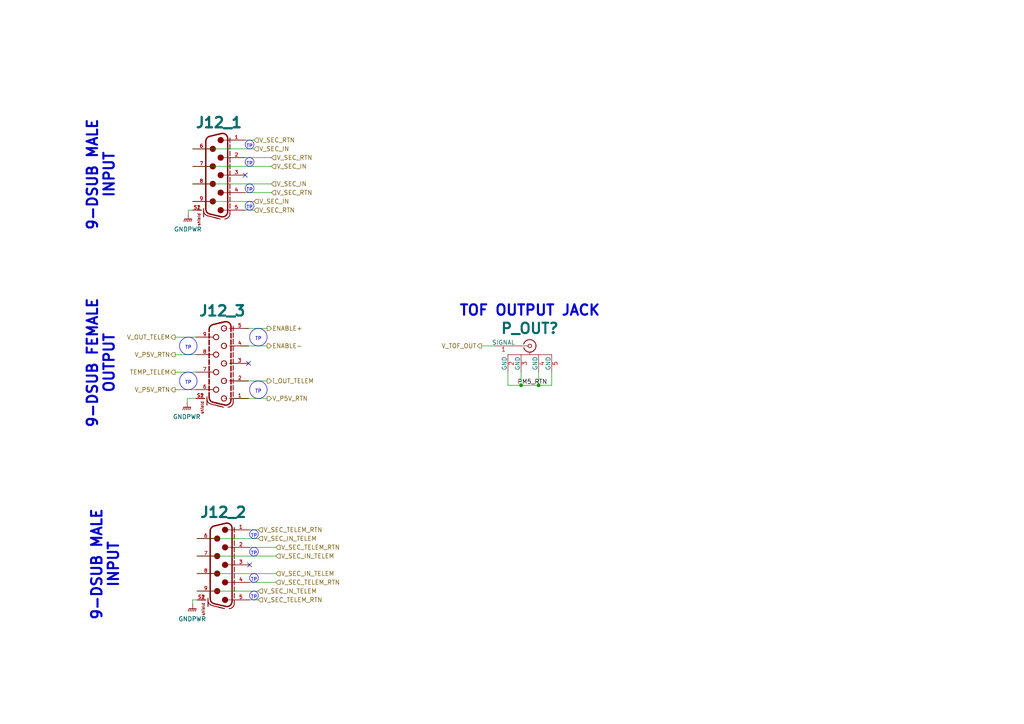
<source format=kicad_sch>
(kicad_sch
	(version 20250114)
	(generator "eeschema")
	(generator_version "9.0")
	(uuid "5419e1c7-9ead-4115-9250-6f3e33ac8506")
	(paper "A4")
	(lib_symbols
		(symbol "Adam_Tech:RF2-49B-T-00-50-G-HDW"
			(pin_names
				(offset 0)
			)
			(exclude_from_sim no)
			(in_bom yes)
			(on_board yes)
			(property "Reference" "J"
				(at 14.732 20.32 0)
				(effects
					(font
						(size 1.524 1.524)
					)
				)
			)
			(property "Value" "RF2-49B-T-00-50-G-HDW"
				(at 18.542 23.368 0)
				(effects
					(font
						(size 1.524 1.524)
					)
					(hide yes)
				)
			)
			(property "Footprint" "Adam_Tech:CONN_RF2-49B-T-00-50-G-HDW_ADM"
				(at 12.7 2.794 0)
				(effects
					(font
						(size 1.27 1.27)
						(italic yes)
					)
					(hide yes)
				)
			)
			(property "Datasheet" "https://app.adam-tech.com/products/download/data_sheet/219119/rf2-49b-t-00-50-g-hdw-data-sheet.pdf"
				(at 10.922 0.762 0)
				(effects
					(font
						(size 1.27 1.27)
						(italic yes)
					)
					(hide yes)
				)
			)
			(property "Description" "SMA Connector Jack, Female Socket 50 Ohms Through Hole, Right Angle Solder (Voltage Rating = 335V)"
				(at 6.35 17.78 0)
				(effects
					(font
						(size 1.27 1.27)
					)
					(hide yes)
				)
			)
			(property "Manufacturer" "Adam Tech"
				(at 0 0 0)
				(effects
					(font
						(size 1.27 1.27)
					)
					(hide yes)
				)
			)
			(property "Man. Part Num" "RF2-49B-T-00-50-G-HDW"
				(at 0 0 0)
				(effects
					(font
						(size 1.27 1.27)
					)
					(hide yes)
				)
			)
			(property "Distributor" "Mouser"
				(at 0 0 0)
				(effects
					(font
						(size 1.27 1.27)
					)
					(hide yes)
				)
			)
			(property "Dist. Part Num" "737-RF249BT0050GHDW"
				(at 0 0 0)
				(effects
					(font
						(size 1.27 1.27)
					)
					(hide yes)
				)
			)
			(property "Part Type" "Through Hole"
				(at 0 0 0)
				(effects
					(font
						(size 1.27 1.27)
					)
					(hide yes)
				)
			)
			(property "Package" "SMA"
				(at 0 0 0)
				(effects
					(font
						(size 1.27 1.27)
					)
					(hide yes)
				)
			)
			(property "Notes" ""
				(at 0 0 0)
				(effects
					(font
						(size 1.27 1.27)
					)
					(hide yes)
				)
			)
			(property "ki_keywords" "RF2-49B-T-00-50-G-HDW"
				(at 0 0 0)
				(effects
					(font
						(size 1.27 1.27)
					)
					(hide yes)
				)
			)
			(property "ki_fp_filters" "CONN_RF2-49B-T-00-50-G-HDW_ADM"
				(at 0 0 0)
				(effects
					(font
						(size 1.27 1.27)
					)
					(hide yes)
				)
			)
			(symbol "RF2-49B-T-00-50-G-HDW_0_1"
				(polyline
					(pts
						(xy 11.43 13.97) (xy 24.13 13.97)
					)
					(stroke
						(width 0)
						(type default)
					)
					(fill
						(type none)
					)
				)
				(polyline
					(pts
						(xy 15.24 16.51) (xy 12.7 16.51)
					)
					(stroke
						(width 0)
						(type default)
					)
					(fill
						(type none)
					)
				)
				(polyline
					(pts
						(xy 15.24 16.51) (xy 17.272 16.51)
					)
					(stroke
						(width 0)
						(type default)
					)
					(fill
						(type none)
					)
				)
				(arc
					(start 16.002 17.018)
					(mid 18.0023 18.3184)
					(end 19.558 16.51)
					(stroke
						(width 0.254)
						(type default)
					)
					(fill
						(type none)
					)
				)
				(arc
					(start 19.558 16.51)
					(mid 18.0022 14.7022)
					(end 16.002 16.002)
					(stroke
						(width 0.254)
						(type default)
					)
					(fill
						(type none)
					)
				)
				(circle
					(center 17.78 16.51)
					(radius 0.508)
					(stroke
						(width 0.2032)
						(type default)
					)
					(fill
						(type none)
					)
				)
				(polyline
					(pts
						(xy 17.78 13.97) (xy 17.78 14.732)
					)
					(stroke
						(width 0)
						(type default)
					)
					(fill
						(type none)
					)
				)
			)
			(symbol "RF2-49B-T-00-50-G-HDW_1_1"
				(pin unspecified line
					(at 7.62 16.51 0)
					(length 5.08)
					(name "SIGNAL"
						(effects
							(font
								(size 1.27 1.27)
							)
						)
					)
					(number "1"
						(effects
							(font
								(size 1.27 1.27)
							)
						)
					)
				)
				(pin power_in line
					(at 11.43 8.89 90)
					(length 5.08)
					(name "GND"
						(effects
							(font
								(size 1.27 1.27)
							)
						)
					)
					(number "2"
						(effects
							(font
								(size 1.27 1.27)
							)
						)
					)
				)
				(pin power_in line
					(at 15.24 8.89 90)
					(length 5.08)
					(name "GND"
						(effects
							(font
								(size 1.27 1.27)
							)
						)
					)
					(number "3"
						(effects
							(font
								(size 1.27 1.27)
							)
						)
					)
				)
				(pin power_in line
					(at 20.32 8.89 90)
					(length 5.08)
					(name "GND"
						(effects
							(font
								(size 1.27 1.27)
							)
						)
					)
					(number "4"
						(effects
							(font
								(size 1.27 1.27)
							)
						)
					)
				)
				(pin power_in line
					(at 24.13 8.89 90)
					(length 5.08)
					(name "GND"
						(effects
							(font
								(size 1.27 1.27)
							)
						)
					)
					(number "5"
						(effects
							(font
								(size 1.27 1.27)
							)
						)
					)
				)
			)
			(symbol "RF2-49B-T-00-50-G-HDW_1_2"
				(polyline
					(pts
						(xy 5.08 2.54) (xy 5.08 -12.7)
					)
					(stroke
						(width 0.127)
						(type default)
					)
					(fill
						(type none)
					)
				)
				(polyline
					(pts
						(xy 5.08 -12.7) (xy 12.7 -12.7)
					)
					(stroke
						(width 0.127)
						(type default)
					)
					(fill
						(type none)
					)
				)
				(polyline
					(pts
						(xy 7.62 0) (xy 5.08 0)
					)
					(stroke
						(width 0.127)
						(type default)
					)
					(fill
						(type none)
					)
				)
				(polyline
					(pts
						(xy 7.62 0) (xy 8.89 0.8467)
					)
					(stroke
						(width 0.127)
						(type default)
					)
					(fill
						(type none)
					)
				)
				(polyline
					(pts
						(xy 7.62 0) (xy 8.89 -0.8467)
					)
					(stroke
						(width 0.127)
						(type default)
					)
					(fill
						(type none)
					)
				)
				(polyline
					(pts
						(xy 7.62 -2.54) (xy 5.08 -2.54)
					)
					(stroke
						(width 0.127)
						(type default)
					)
					(fill
						(type none)
					)
				)
				(polyline
					(pts
						(xy 7.62 -2.54) (xy 8.89 -1.6933)
					)
					(stroke
						(width 0.127)
						(type default)
					)
					(fill
						(type none)
					)
				)
				(polyline
					(pts
						(xy 7.62 -2.54) (xy 8.89 -3.3867)
					)
					(stroke
						(width 0.127)
						(type default)
					)
					(fill
						(type none)
					)
				)
				(polyline
					(pts
						(xy 7.62 -5.08) (xy 5.08 -5.08)
					)
					(stroke
						(width 0.127)
						(type default)
					)
					(fill
						(type none)
					)
				)
				(polyline
					(pts
						(xy 7.62 -5.08) (xy 8.89 -4.2333)
					)
					(stroke
						(width 0.127)
						(type default)
					)
					(fill
						(type none)
					)
				)
				(polyline
					(pts
						(xy 7.62 -5.08) (xy 8.89 -5.9267)
					)
					(stroke
						(width 0.127)
						(type default)
					)
					(fill
						(type none)
					)
				)
				(polyline
					(pts
						(xy 7.62 -7.62) (xy 5.08 -7.62)
					)
					(stroke
						(width 0.127)
						(type default)
					)
					(fill
						(type none)
					)
				)
				(polyline
					(pts
						(xy 7.62 -7.62) (xy 8.89 -6.7733)
					)
					(stroke
						(width 0.127)
						(type default)
					)
					(fill
						(type none)
					)
				)
				(polyline
					(pts
						(xy 7.62 -7.62) (xy 8.89 -8.4667)
					)
					(stroke
						(width 0.127)
						(type default)
					)
					(fill
						(type none)
					)
				)
				(polyline
					(pts
						(xy 7.62 -10.16) (xy 5.08 -10.16)
					)
					(stroke
						(width 0.127)
						(type default)
					)
					(fill
						(type none)
					)
				)
				(polyline
					(pts
						(xy 7.62 -10.16) (xy 8.89 -9.3133)
					)
					(stroke
						(width 0.127)
						(type default)
					)
					(fill
						(type none)
					)
				)
				(polyline
					(pts
						(xy 7.62 -10.16) (xy 8.89 -11.0067)
					)
					(stroke
						(width 0.127)
						(type default)
					)
					(fill
						(type none)
					)
				)
				(polyline
					(pts
						(xy 12.7 2.54) (xy 5.08 2.54)
					)
					(stroke
						(width 0.127)
						(type default)
					)
					(fill
						(type none)
					)
				)
				(polyline
					(pts
						(xy 12.7 -12.7) (xy 12.7 2.54)
					)
					(stroke
						(width 0.127)
						(type default)
					)
					(fill
						(type none)
					)
				)
				(pin unspecified line
					(at 0 0 0)
					(length 5.08)
					(name "SIGNAL"
						(effects
							(font
								(size 1.27 1.27)
							)
						)
					)
					(number "1"
						(effects
							(font
								(size 1.27 1.27)
							)
						)
					)
				)
				(pin unspecified line
					(at 0 -2.54 0)
					(length 5.08)
					(name "GND"
						(effects
							(font
								(size 1.27 1.27)
							)
						)
					)
					(number "2"
						(effects
							(font
								(size 1.27 1.27)
							)
						)
					)
				)
				(pin unspecified line
					(at 0 -5.08 0)
					(length 5.08)
					(name "GND"
						(effects
							(font
								(size 1.27 1.27)
							)
						)
					)
					(number "3"
						(effects
							(font
								(size 1.27 1.27)
							)
						)
					)
				)
				(pin unspecified line
					(at 0 -7.62 0)
					(length 5.08)
					(name "GND"
						(effects
							(font
								(size 1.27 1.27)
							)
						)
					)
					(number "4"
						(effects
							(font
								(size 1.27 1.27)
							)
						)
					)
				)
				(pin unspecified line
					(at 0 -10.16 0)
					(length 5.08)
					(name "GND"
						(effects
							(font
								(size 1.27 1.27)
							)
						)
					)
					(number "5"
						(effects
							(font
								(size 1.27 1.27)
							)
						)
					)
				)
			)
			(embedded_fonts no)
		)
		(symbol "Wurth_Elektronik:6180XX231121_618009231121"
			(pin_names
				(offset 1.016)
			)
			(exclude_from_sim no)
			(in_bom yes)
			(on_board yes)
			(property "Reference" "J"
				(at 13.78 1.66 0)
				(effects
					(font
						(size 1.27 1.27)
					)
					(justify left bottom)
				)
			)
			(property "Value" "618009231121"
				(at 0 0 0)
				(effects
					(font
						(size 1.27 1.27)
					)
					(justify bottom)
					(hide yes)
				)
			)
			(property "Footprint" "6180XX231121_618009231121:618009231121"
				(at 0 0 0)
				(effects
					(font
						(size 1.27 1.27)
					)
					(justify bottom)
					(hide yes)
				)
			)
			(property "Datasheet" "https://www.we-online.com/components/products/datasheet/618009231121.pdf"
				(at 0 0 0)
				(effects
					(font
						(size 1.27 1.27)
					)
					(hide yes)
				)
			)
			(property "Description" "9 Position D-Sub Receptacle, Female Sockets Connector"
				(at 0 0 0)
				(effects
					(font
						(size 1.27 1.27)
					)
					(hide yes)
				)
			)
			(property "Manufacturer" "Wurth Elektronik"
				(at 0 0 0)
				(effects
					(font
						(size 1.27 1.27)
					)
					(justify bottom)
					(hide yes)
				)
			)
			(property "Man. Part Num" "618009231121"
				(at 0 0 0)
				(effects
					(font
						(size 1.27 1.27)
					)
					(justify bottom)
					(hide yes)
				)
			)
			(property "Gender" "Female"
				(at 0 0 0)
				(effects
					(font
						(size 1.27 1.27)
					)
					(justify bottom)
					(hide yes)
				)
			)
			(property "Part Type" "Through Hole"
				(at 0 0 0)
				(effects
					(font
						(size 1.27 1.27)
					)
					(hide yes)
				)
			)
			(property "Voltage Rating" "125 VAC"
				(at 0 0 0)
				(effects
					(font
						(size 1.27 1.27)
					)
					(justify bottom)
					(hide yes)
				)
			)
			(property "Distributor" "Digi-Key"
				(at 0 0 0)
				(effects
					(font
						(size 1.27 1.27)
					)
					(hide yes)
				)
			)
			(property "Dist. Part Num" "732-618009231121-ND"
				(at 0 0 0)
				(effects
					(font
						(size 1.27 1.27)
					)
					(hide yes)
				)
			)
			(property "Dist. URL" "https://www.digikey.com/en/products/detail/w%C3%BCrth-elektronik/618009231121/10484687?s=N4IgTCBcDaIOwGYwFoBsBGAHABmwTjAXXTHWQDkAREAXQF8g"
				(at 0 0 0)
				(effects
					(font
						(size 1.27 1.27)
					)
					(hide yes)
				)
			)
			(property "ki_keywords" "9 Position D-Sub Receptacle, Female Sockets Connector"
				(at 0 0 0)
				(effects
					(font
						(size 1.27 1.27)
					)
					(hide yes)
				)
			)
			(symbol "6180XX231121_618009231121_0_0"
				(polyline
					(pts
						(xy -11.7108 -0.8009) (xy -12.0642 0.6952)
					)
					(stroke
						(width 0.4064)
						(type default)
					)
					(fill
						(type none)
					)
				)
				(polyline
					(pts
						(xy -11.2729 -2.6548) (xy -11.9182 0.0772)
					)
					(stroke
						(width 0.4064)
						(type default)
					)
					(fill
						(type none)
					)
				)
				(polyline
					(pts
						(xy -10.795 3.175) (xy -9.4305 3.175)
					)
					(stroke
						(width 0.254)
						(type default)
					)
					(fill
						(type none)
					)
				)
				(polyline
					(pts
						(xy -10.6044 2.54) (xy -9.3113 2.54)
					)
					(stroke
						(width 0.4064)
						(type default)
					)
					(fill
						(type none)
					)
				)
				(arc
					(start -12.0642 0.6952)
					(mid -11.7806 1.9708)
					(end -10.6044 2.54)
					(stroke
						(width 0.4064)
						(type default)
					)
					(fill
						(type none)
					)
				)
				(polyline
					(pts
						(xy -10.16 2.58) (xy -10.16 1.935)
					)
					(stroke
						(width 0.1524)
						(type default)
					)
					(fill
						(type none)
					)
				)
				(polyline
					(pts
						(xy -10.16 0.675) (xy -10.16 1.3)
					)
					(stroke
						(width 0.1524)
						(type default)
					)
					(fill
						(type none)
					)
				)
				(circle
					(center -10.16 0.508)
					(radius 0.762)
					(stroke
						(width 0.254)
						(type default)
					)
					(fill
						(type none)
					)
				)
				(arc
					(start -9.8131 -3.81)
					(mid -10.7439 -3.4862)
					(end -11.2729 -2.6548)
					(stroke
						(width 0.4064)
						(type default)
					)
					(fill
						(type none)
					)
				)
				(polyline
					(pts
						(xy -9.237 -3.81) (xy -9.8131 -3.81)
					)
					(stroke
						(width 0.4064)
						(type default)
					)
					(fill
						(type none)
					)
				)
				(polyline
					(pts
						(xy -8.89 3.175) (xy -7.5255 3.175)
					)
					(stroke
						(width 0.254)
						(type default)
					)
					(fill
						(type none)
					)
				)
				(polyline
					(pts
						(xy -8.6994 2.54) (xy -7.4063 2.54)
					)
					(stroke
						(width 0.4064)
						(type default)
					)
					(fill
						(type none)
					)
				)
				(circle
					(center -7.62 -1.778)
					(radius 0.762)
					(stroke
						(width 0.254)
						(type default)
					)
					(fill
						(type none)
					)
				)
				(polyline
					(pts
						(xy -7.332 -3.81) (xy -8.6596 -3.81)
					)
					(stroke
						(width 0.4064)
						(type default)
					)
					(fill
						(type none)
					)
				)
				(polyline
					(pts
						(xy -6.985 3.175) (xy -5.6205 3.175)
					)
					(stroke
						(width 0.254)
						(type default)
					)
					(fill
						(type none)
					)
				)
				(polyline
					(pts
						(xy -6.7944 2.54) (xy -5.5013 2.54)
					)
					(stroke
						(width 0.4064)
						(type default)
					)
					(fill
						(type none)
					)
				)
				(polyline
					(pts
						(xy -5.427 -3.81) (xy -6.7546 -3.81)
					)
					(stroke
						(width 0.4064)
						(type default)
					)
					(fill
						(type none)
					)
				)
				(polyline
					(pts
						(xy -5.08 3.175) (xy -3.7155 3.175)
					)
					(stroke
						(width 0.254)
						(type default)
					)
					(fill
						(type none)
					)
				)
				(polyline
					(pts
						(xy -5.08 2.58) (xy -5.08 1.935)
					)
					(stroke
						(width 0.1524)
						(type default)
					)
					(fill
						(type none)
					)
				)
				(polyline
					(pts
						(xy -5.08 0.675) (xy -5.08 1.3)
					)
					(stroke
						(width 0.1524)
						(type default)
					)
					(fill
						(type none)
					)
				)
				(circle
					(center -5.08 0.508)
					(radius 0.762)
					(stroke
						(width 0.254)
						(type default)
					)
					(fill
						(type none)
					)
				)
				(polyline
					(pts
						(xy -4.8894 2.54) (xy -3.5963 2.54)
					)
					(stroke
						(width 0.4064)
						(type default)
					)
					(fill
						(type none)
					)
				)
				(polyline
					(pts
						(xy -3.522 -3.81) (xy -4.8496 -3.81)
					)
					(stroke
						(width 0.4064)
						(type default)
					)
					(fill
						(type none)
					)
				)
				(polyline
					(pts
						(xy -3.175 3.175) (xy -1.8105 3.175)
					)
					(stroke
						(width 0.254)
						(type default)
					)
					(fill
						(type none)
					)
				)
				(polyline
					(pts
						(xy -2.9844 2.54) (xy -1.6913 2.54)
					)
					(stroke
						(width 0.4064)
						(type default)
					)
					(fill
						(type none)
					)
				)
				(circle
					(center -2.54 -1.778)
					(radius 0.762)
					(stroke
						(width 0.254)
						(type default)
					)
					(fill
						(type none)
					)
				)
				(polyline
					(pts
						(xy -1.617 -3.81) (xy -2.9446 -3.81)
					)
					(stroke
						(width 0.4064)
						(type default)
					)
					(fill
						(type none)
					)
				)
				(polyline
					(pts
						(xy -1.27 3.175) (xy 0.0945 3.175)
					)
					(stroke
						(width 0.254)
						(type default)
					)
					(fill
						(type none)
					)
				)
				(polyline
					(pts
						(xy -1.0794 2.54) (xy 0.2137 2.54)
					)
					(stroke
						(width 0.4064)
						(type default)
					)
					(fill
						(type none)
					)
				)
				(polyline
					(pts
						(xy 0 2.58) (xy 0 1.935)
					)
					(stroke
						(width 0.1524)
						(type default)
					)
					(fill
						(type none)
					)
				)
				(polyline
					(pts
						(xy 0 0.675) (xy 0 1.3)
					)
					(stroke
						(width 0.1524)
						(type default)
					)
					(fill
						(type none)
					)
				)
				(circle
					(center 0 0.508)
					(radius 0.762)
					(stroke
						(width 0.254)
						(type default)
					)
					(fill
						(type none)
					)
				)
				(polyline
					(pts
						(xy 0.288 -3.81) (xy -1.0396 -3.81)
					)
					(stroke
						(width 0.4064)
						(type default)
					)
					(fill
						(type none)
					)
				)
				(polyline
					(pts
						(xy 0.635 3.175) (xy 1.9996 3.175)
					)
					(stroke
						(width 0.254)
						(type default)
					)
					(fill
						(type none)
					)
				)
				(polyline
					(pts
						(xy 0.8256 2.54) (xy 2.1187 2.54)
					)
					(stroke
						(width 0.4064)
						(type default)
					)
					(fill
						(type none)
					)
				)
				(polyline
					(pts
						(xy 2.1931 -3.81) (xy 0.8654 -3.81)
					)
					(stroke
						(width 0.4064)
						(type default)
					)
					(fill
						(type none)
					)
				)
				(polyline
					(pts
						(xy 2.54 3.175) (xy 3.9046 3.175)
					)
					(stroke
						(width 0.254)
						(type default)
					)
					(fill
						(type none)
					)
				)
				(circle
					(center 2.54 -1.778)
					(radius 0.762)
					(stroke
						(width 0.254)
						(type default)
					)
					(fill
						(type none)
					)
				)
				(polyline
					(pts
						(xy 2.7306 2.54) (xy 4.0237 2.54)
					)
					(stroke
						(width 0.4064)
						(type default)
					)
					(fill
						(type none)
					)
				)
				(polyline
					(pts
						(xy 4.0981 -3.81) (xy 2.7704 -3.81)
					)
					(stroke
						(width 0.4064)
						(type default)
					)
					(fill
						(type none)
					)
				)
				(polyline
					(pts
						(xy 4.445 3.175) (xy 5.8096 3.175)
					)
					(stroke
						(width 0.254)
						(type default)
					)
					(fill
						(type none)
					)
				)
				(polyline
					(pts
						(xy 4.6356 2.54) (xy 5.9287 2.54)
					)
					(stroke
						(width 0.4064)
						(type default)
					)
					(fill
						(type none)
					)
				)
				(polyline
					(pts
						(xy 5.08 2.58) (xy 5.08 1.935)
					)
					(stroke
						(width 0.1524)
						(type default)
					)
					(fill
						(type none)
					)
				)
				(polyline
					(pts
						(xy 5.08 0.675) (xy 5.08 1.3)
					)
					(stroke
						(width 0.1524)
						(type default)
					)
					(fill
						(type none)
					)
				)
				(circle
					(center 5.08 0.508)
					(radius 0.762)
					(stroke
						(width 0.254)
						(type default)
					)
					(fill
						(type none)
					)
				)
				(polyline
					(pts
						(xy 6.0031 -3.81) (xy 4.6754 -3.81)
					)
					(stroke
						(width 0.4064)
						(type default)
					)
					(fill
						(type none)
					)
				)
				(polyline
					(pts
						(xy 6.35 3.175) (xy 7.7146 3.175)
					)
					(stroke
						(width 0.254)
						(type default)
					)
					(fill
						(type none)
					)
				)
				(polyline
					(pts
						(xy 6.5406 2.54) (xy 7.8337 2.54)
					)
					(stroke
						(width 0.4064)
						(type default)
					)
					(fill
						(type none)
					)
				)
				(circle
					(center 7.62 -1.778)
					(radius 0.762)
					(stroke
						(width 0.254)
						(type default)
					)
					(fill
						(type none)
					)
				)
				(polyline
					(pts
						(xy 7.9081 -3.81) (xy 6.5804 -3.81)
					)
					(stroke
						(width 0.4064)
						(type default)
					)
					(fill
						(type none)
					)
				)
				(polyline
					(pts
						(xy 8.255 3.175) (xy 9.6196 3.175)
					)
					(stroke
						(width 0.254)
						(type default)
					)
					(fill
						(type none)
					)
				)
				(polyline
					(pts
						(xy 8.4456 2.54) (xy 9.7387 2.54)
					)
					(stroke
						(width 0.4064)
						(type default)
					)
					(fill
						(type none)
					)
				)
				(arc
					(start 11.2729 -2.6548)
					(mid 10.7439 -3.4863)
					(end 9.8131 -3.81)
					(stroke
						(width 0.4064)
						(type default)
					)
					(fill
						(type none)
					)
				)
				(polyline
					(pts
						(xy 9.8131 -3.81) (xy 8.4854 -3.81)
					)
					(stroke
						(width 0.4064)
						(type default)
					)
					(fill
						(type none)
					)
				)
				(polyline
					(pts
						(xy 10.16 3.175) (xy 11.2 3.175)
					)
					(stroke
						(width 0.254)
						(type default)
					)
					(fill
						(type none)
					)
				)
				(polyline
					(pts
						(xy 10.16 2.58) (xy 10.16 1.935)
					)
					(stroke
						(width 0.1524)
						(type default)
					)
					(fill
						(type none)
					)
				)
				(polyline
					(pts
						(xy 10.16 0.675) (xy 10.16 1.3)
					)
					(stroke
						(width 0.1524)
						(type default)
					)
					(fill
						(type none)
					)
				)
				(circle
					(center 10.16 0.508)
					(radius 0.762)
					(stroke
						(width 0.254)
						(type default)
					)
					(fill
						(type none)
					)
				)
				(polyline
					(pts
						(xy 10.16 -4.445) (xy 10.16 -4.445)
					)
					(stroke
						(width 0.254)
						(type default)
					)
					(fill
						(type none)
					)
				)
				(polyline
					(pts
						(xy 10.16 -6.35) (xy 10.16 -5.08)
					)
					(stroke
						(width 0.254)
						(type default)
					)
					(fill
						(type none)
					)
				)
				(polyline
					(pts
						(xy 10.2 -4.44) (xy 9.6938 -4.44)
					)
					(stroke
						(width 0.254)
						(type default)
					)
					(fill
						(type none)
					)
				)
				(arc
					(start 11.7841 -3.3038)
					(mid 11.2519 -4.1219)
					(end 10.3288 -4.44)
					(stroke
						(width 0.254)
						(type default)
					)
					(fill
						(type none)
					)
				)
				(polyline
					(pts
						(xy 10.3506 2.54) (xy 10.6044 2.54)
					)
					(stroke
						(width 0.4064)
						(type default)
					)
					(fill
						(type none)
					)
				)
				(arc
					(start 10.6044 2.54)
					(mid 11.7804 1.9707)
					(end 12.0642 0.6952)
					(stroke
						(width 0.4064)
						(type default)
					)
					(fill
						(type none)
					)
				)
				(arc
					(start 11.2 3.175)
					(mid 12.2607 2.7357)
					(end 12.7 1.675)
					(stroke
						(width 0.254)
						(type default)
					)
					(fill
						(type none)
					)
				)
				(polyline
					(pts
						(xy 11.6263 -1.1588) (xy 11.2729 -2.6548)
					)
					(stroke
						(width 0.4064)
						(type default)
					)
					(fill
						(type none)
					)
				)
				(polyline
					(pts
						(xy 11.7841 -3.3038) (xy 12.546 -0.256)
					)
					(stroke
						(width 0.254)
						(type default)
					)
					(fill
						(type none)
					)
				)
				(polyline
					(pts
						(xy 12.0642 0.6952) (xy 11.4189 -2.0369)
					)
					(stroke
						(width 0.4064)
						(type default)
					)
					(fill
						(type none)
					)
				)
				(polyline
					(pts
						(xy 12.105 -4.44) (xy 10.3288 -4.44)
					)
					(stroke
						(width 0.254)
						(type default)
					)
					(fill
						(type none)
					)
				)
				(polyline
					(pts
						(xy 12.2461 -1.4557) (xy 12.7 0.36)
					)
					(stroke
						(width 0.254)
						(type default)
					)
					(fill
						(type none)
					)
				)
				(text "shield"
					(at 10.9 -5.32 0)
					(effects
						(font
							(size 0.8128 0.8128)
						)
						(justify left bottom)
					)
				)
				(pin bidirectional line
					(at -10.16 7.62 270)
					(length 5.08)
					(name "~"
						(effects
							(font
								(size 1.016 1.016)
							)
						)
					)
					(number "5"
						(effects
							(font
								(size 1.016 1.016)
							)
						)
					)
				)
				(pin bidirectional line
					(at -7.62 -7.62 90)
					(length 5.08)
					(name "~"
						(effects
							(font
								(size 1.016 1.016)
							)
						)
					)
					(number "9"
						(effects
							(font
								(size 1.016 1.016)
							)
						)
					)
				)
				(pin bidirectional line
					(at -5.08 7.62 270)
					(length 5.08)
					(name "~"
						(effects
							(font
								(size 1.016 1.016)
							)
						)
					)
					(number "4"
						(effects
							(font
								(size 1.016 1.016)
							)
						)
					)
				)
				(pin bidirectional line
					(at -2.54 -7.62 90)
					(length 5.08)
					(name "~"
						(effects
							(font
								(size 1.016 1.016)
							)
						)
					)
					(number "8"
						(effects
							(font
								(size 1.016 1.016)
							)
						)
					)
				)
				(pin bidirectional line
					(at 0 7.62 270)
					(length 5.08)
					(name "~"
						(effects
							(font
								(size 1.016 1.016)
							)
						)
					)
					(number "3"
						(effects
							(font
								(size 1.016 1.016)
							)
						)
					)
				)
				(pin bidirectional line
					(at 2.54 -7.62 90)
					(length 5.08)
					(name "~"
						(effects
							(font
								(size 1.016 1.016)
							)
						)
					)
					(number "7"
						(effects
							(font
								(size 1.016 1.016)
							)
						)
					)
				)
				(pin bidirectional line
					(at 5.08 7.62 270)
					(length 5.08)
					(name "~"
						(effects
							(font
								(size 1.016 1.016)
							)
						)
					)
					(number "2"
						(effects
							(font
								(size 1.016 1.016)
							)
						)
					)
				)
				(pin bidirectional line
					(at 10.16 7.62 270)
					(length 5.08)
					(name "~"
						(effects
							(font
								(size 1.016 1.016)
							)
						)
					)
					(number "1"
						(effects
							(font
								(size 1.016 1.016)
							)
						)
					)
				)
				(pin bidirectional line
					(at 10.16 -7.62 90)
					(length 2.54)
					(name "~"
						(effects
							(font
								(size 1.016 1.016)
							)
						)
					)
					(number "S2"
						(effects
							(font
								(size 1.016 1.016)
							)
						)
					)
				)
			)
			(symbol "6180XX231121_618009231121_1_0"
				(pin bidirectional line
					(at 7.62 -7.62 90)
					(length 5.08)
					(name "~"
						(effects
							(font
								(size 1.016 1.016)
							)
						)
					)
					(number "6"
						(effects
							(font
								(size 1.016 1.016)
							)
						)
					)
				)
				(pin bidirectional line
					(at 10.16 -7.62 90)
					(length 2.54)
					(name "~"
						(effects
							(font
								(size 1.016 1.016)
							)
						)
					)
					(number "S1"
						(effects
							(font
								(size 1.016 1.016)
							)
						)
					)
				)
			)
			(embedded_fonts no)
		)
		(symbol "Wurth_Elektronik:6180XX231221_618009231221"
			(pin_names
				(offset 1.016)
			)
			(exclude_from_sim no)
			(in_bom yes)
			(on_board yes)
			(property "Reference" "J"
				(at 13.78 1.66 0)
				(effects
					(font
						(size 1.27 1.27)
					)
					(justify left bottom)
				)
			)
			(property "Value" "618009231221"
				(at 0 0 0)
				(effects
					(font
						(size 1.27 1.27)
					)
					(justify bottom)
					(hide yes)
				)
			)
			(property "Footprint" "Wurth_Elektronik:618009231221"
				(at 0 0 0)
				(effects
					(font
						(size 1.27 1.27)
					)
					(justify bottom)
					(hide yes)
				)
			)
			(property "Datasheet" "https://www.we-online.com/components/products/datasheet/618009231221.pdf"
				(at 0 0 0)
				(effects
					(font
						(size 1.27 1.27)
					)
					(hide yes)
				)
			)
			(property "Description" "9 Position D-Sub Plug, Male Pins Connector"
				(at 0 0 0)
				(effects
					(font
						(size 1.27 1.27)
					)
					(hide yes)
				)
			)
			(property "Manufacturer" "Wurth Electronics"
				(at 0 0 0)
				(effects
					(font
						(size 1.27 1.27)
					)
					(justify bottom)
					(hide yes)
				)
			)
			(property "Man. Part Num" "618009231221"
				(at 0 0 0)
				(effects
					(font
						(size 1.27 1.27)
					)
					(justify bottom)
					(hide yes)
				)
			)
			(property "Gender" "Male"
				(at 0 0 0)
				(effects
					(font
						(size 1.27 1.27)
					)
					(justify bottom)
					(hide yes)
				)
			)
			(property "Voltage Rating" "125 V(AC)"
				(at 0 0 0)
				(effects
					(font
						(size 1.27 1.27)
					)
					(justify bottom)
					(hide yes)
				)
			)
			(property "Part Type" "Through Hole"
				(at 0 0 0)
				(effects
					(font
						(size 1.27 1.27)
					)
					(hide yes)
				)
			)
			(property "Distributor" "Digikey"
				(at 0 0 0)
				(effects
					(font
						(size 1.27 1.27)
					)
					(hide yes)
				)
			)
			(property "Dist. Part Num" "732-618009231221-ND"
				(at 0 0 0)
				(effects
					(font
						(size 1.27 1.27)
					)
					(hide yes)
				)
			)
			(property "Dist. URL" "https://www.digikey.com/en/products/detail/w%C3%BCrth-elektronik/618009231221/10484658?s=N4IgTCBcDaIGwEYAcAGFBOMBmBYwJAF0BfIA"
				(at 0 0 0)
				(effects
					(font
						(size 1.27 1.27)
					)
					(hide yes)
				)
			)
			(property "ki_keywords" "9 Position D-Sub Plug, Male Pins Connector"
				(at 0 0 0)
				(effects
					(font
						(size 1.27 1.27)
					)
					(hide yes)
				)
			)
			(symbol "6180XX231221_618009231221_0_0"
				(polyline
					(pts
						(xy -11.2729 -2.6548) (xy -12.0642 0.6952)
					)
					(stroke
						(width 0.4064)
						(type default)
					)
					(fill
						(type none)
					)
				)
				(polyline
					(pts
						(xy -10.795 3.175) (xy -9.4305 3.175)
					)
					(stroke
						(width 0.254)
						(type default)
					)
					(fill
						(type none)
					)
				)
				(polyline
					(pts
						(xy -10.6044 2.54) (xy 10.6044 2.54)
					)
					(stroke
						(width 0.4064)
						(type default)
					)
					(fill
						(type none)
					)
				)
				(arc
					(start -12.0642 0.6952)
					(mid -11.7806 1.9708)
					(end -10.6044 2.54)
					(stroke
						(width 0.4064)
						(type default)
					)
					(fill
						(type none)
					)
				)
				(polyline
					(pts
						(xy -10.16 2.58) (xy -10.16 0.4)
					)
					(stroke
						(width 0.1524)
						(type default)
					)
					(fill
						(type none)
					)
				)
				(circle
					(center -10.16 0.508)
					(radius 0.762)
					(stroke
						(width 0.254)
						(type default)
					)
					(fill
						(type outline)
					)
				)
				(arc
					(start -9.8131 -3.81)
					(mid -10.7439 -3.4862)
					(end -11.2729 -2.6548)
					(stroke
						(width 0.4064)
						(type default)
					)
					(fill
						(type none)
					)
				)
				(polyline
					(pts
						(xy -8.89 3.175) (xy -7.5255 3.175)
					)
					(stroke
						(width 0.254)
						(type default)
					)
					(fill
						(type none)
					)
				)
				(circle
					(center -7.62 -1.778)
					(radius 0.762)
					(stroke
						(width 0.254)
						(type default)
					)
					(fill
						(type outline)
					)
				)
				(polyline
					(pts
						(xy -6.985 3.175) (xy -5.6205 3.175)
					)
					(stroke
						(width 0.254)
						(type default)
					)
					(fill
						(type none)
					)
				)
				(polyline
					(pts
						(xy -5.08 3.175) (xy -3.7155 3.175)
					)
					(stroke
						(width 0.254)
						(type default)
					)
					(fill
						(type none)
					)
				)
				(polyline
					(pts
						(xy -5.08 2.58) (xy -5.08 0.4)
					)
					(stroke
						(width 0.1524)
						(type default)
					)
					(fill
						(type none)
					)
				)
				(circle
					(center -5.08 0.508)
					(radius 0.762)
					(stroke
						(width 0.254)
						(type default)
					)
					(fill
						(type outline)
					)
				)
				(polyline
					(pts
						(xy -3.175 3.175) (xy -1.8105 3.175)
					)
					(stroke
						(width 0.254)
						(type default)
					)
					(fill
						(type none)
					)
				)
				(circle
					(center -2.54 -1.778)
					(radius 0.762)
					(stroke
						(width 0.254)
						(type default)
					)
					(fill
						(type outline)
					)
				)
				(polyline
					(pts
						(xy -1.27 3.175) (xy 0.0945 3.175)
					)
					(stroke
						(width 0.254)
						(type default)
					)
					(fill
						(type none)
					)
				)
				(polyline
					(pts
						(xy 0 2.58) (xy 0 0.4)
					)
					(stroke
						(width 0.1524)
						(type default)
					)
					(fill
						(type none)
					)
				)
				(circle
					(center 0 0.508)
					(radius 0.762)
					(stroke
						(width 0.254)
						(type default)
					)
					(fill
						(type outline)
					)
				)
				(polyline
					(pts
						(xy 0.635 3.175) (xy 1.9996 3.175)
					)
					(stroke
						(width 0.254)
						(type default)
					)
					(fill
						(type none)
					)
				)
				(polyline
					(pts
						(xy 2.54 3.175) (xy 3.9046 3.175)
					)
					(stroke
						(width 0.254)
						(type default)
					)
					(fill
						(type none)
					)
				)
				(circle
					(center 2.54 -1.778)
					(radius 0.762)
					(stroke
						(width 0.254)
						(type default)
					)
					(fill
						(type outline)
					)
				)
				(polyline
					(pts
						(xy 4.445 3.175) (xy 5.8096 3.175)
					)
					(stroke
						(width 0.254)
						(type default)
					)
					(fill
						(type none)
					)
				)
				(polyline
					(pts
						(xy 5.08 2.58) (xy 5.08 0.4)
					)
					(stroke
						(width 0.1524)
						(type default)
					)
					(fill
						(type none)
					)
				)
				(circle
					(center 5.08 0.508)
					(radius 0.762)
					(stroke
						(width 0.254)
						(type default)
					)
					(fill
						(type outline)
					)
				)
				(polyline
					(pts
						(xy 6.35 3.175) (xy 7.7146 3.175)
					)
					(stroke
						(width 0.254)
						(type default)
					)
					(fill
						(type none)
					)
				)
				(circle
					(center 7.62 -1.778)
					(radius 0.762)
					(stroke
						(width 0.254)
						(type default)
					)
					(fill
						(type outline)
					)
				)
				(polyline
					(pts
						(xy 8.255 3.175) (xy 9.6196 3.175)
					)
					(stroke
						(width 0.254)
						(type default)
					)
					(fill
						(type none)
					)
				)
				(arc
					(start 11.2729 -2.6548)
					(mid 10.7439 -3.4863)
					(end 9.8131 -3.81)
					(stroke
						(width 0.4064)
						(type default)
					)
					(fill
						(type none)
					)
				)
				(polyline
					(pts
						(xy 9.8131 -3.81) (xy -9.8131 -3.81)
					)
					(stroke
						(width 0.4064)
						(type default)
					)
					(fill
						(type none)
					)
				)
				(polyline
					(pts
						(xy 10.16 3.175) (xy 11.2 3.175)
					)
					(stroke
						(width 0.254)
						(type default)
					)
					(fill
						(type none)
					)
				)
				(polyline
					(pts
						(xy 10.16 2.58) (xy 10.16 0.4)
					)
					(stroke
						(width 0.1524)
						(type default)
					)
					(fill
						(type none)
					)
				)
				(circle
					(center 10.16 0.508)
					(radius 0.762)
					(stroke
						(width 0.254)
						(type default)
					)
					(fill
						(type outline)
					)
				)
				(polyline
					(pts
						(xy 10.16 -4.445) (xy 10.16 -4.445)
					)
					(stroke
						(width 0.254)
						(type default)
					)
					(fill
						(type none)
					)
				)
				(polyline
					(pts
						(xy 10.16 -6.35) (xy 10.16 -5.08)
					)
					(stroke
						(width 0.254)
						(type default)
					)
					(fill
						(type none)
					)
				)
				(polyline
					(pts
						(xy 10.2 -4.44) (xy 9.6938 -4.44)
					)
					(stroke
						(width 0.254)
						(type default)
					)
					(fill
						(type none)
					)
				)
				(arc
					(start 11.7841 -3.3038)
					(mid 11.2519 -4.1219)
					(end 10.3288 -4.44)
					(stroke
						(width 0.254)
						(type default)
					)
					(fill
						(type none)
					)
				)
				(arc
					(start 10.6044 2.54)
					(mid 11.7804 1.9707)
					(end 12.0642 0.6952)
					(stroke
						(width 0.4064)
						(type default)
					)
					(fill
						(type none)
					)
				)
				(arc
					(start 11.2 3.175)
					(mid 12.2607 2.7357)
					(end 12.7 1.675)
					(stroke
						(width 0.254)
						(type default)
					)
					(fill
						(type none)
					)
				)
				(polyline
					(pts
						(xy 11.7841 -3.3038) (xy 12.546 -0.256)
					)
					(stroke
						(width 0.254)
						(type default)
					)
					(fill
						(type none)
					)
				)
				(polyline
					(pts
						(xy 12.0642 0.6952) (xy 11.2729 -2.6548)
					)
					(stroke
						(width 0.4064)
						(type default)
					)
					(fill
						(type none)
					)
				)
				(polyline
					(pts
						(xy 12.105 -4.44) (xy 10.3288 -4.44)
					)
					(stroke
						(width 0.254)
						(type default)
					)
					(fill
						(type none)
					)
				)
				(polyline
					(pts
						(xy 12.2461 -1.4557) (xy 12.7 0.36)
					)
					(stroke
						(width 0.254)
						(type default)
					)
					(fill
						(type none)
					)
				)
				(text "shield"
					(at 10.9 -5.32 0)
					(effects
						(font
							(size 0.8128 0.8128)
						)
						(justify left bottom)
					)
				)
				(pin bidirectional line
					(at -10.16 7.62 270)
					(length 5.08)
					(name "~"
						(effects
							(font
								(size 1.016 1.016)
							)
						)
					)
					(number "1"
						(effects
							(font
								(size 1.016 1.016)
							)
						)
					)
				)
				(pin bidirectional line
					(at -7.62 -7.62 90)
					(length 5.08)
					(name "~"
						(effects
							(font
								(size 1.016 1.016)
							)
						)
					)
					(number "6"
						(effects
							(font
								(size 1.016 1.016)
							)
						)
					)
				)
				(pin bidirectional line
					(at -5.08 7.62 270)
					(length 5.08)
					(name "~"
						(effects
							(font
								(size 1.016 1.016)
							)
						)
					)
					(number "2"
						(effects
							(font
								(size 1.016 1.016)
							)
						)
					)
				)
				(pin bidirectional line
					(at -2.54 -7.62 90)
					(length 5.08)
					(name "~"
						(effects
							(font
								(size 1.016 1.016)
							)
						)
					)
					(number "7"
						(effects
							(font
								(size 1.016 1.016)
							)
						)
					)
				)
				(pin bidirectional line
					(at 0 7.62 270)
					(length 5.08)
					(name "~"
						(effects
							(font
								(size 1.016 1.016)
							)
						)
					)
					(number "3"
						(effects
							(font
								(size 1.016 1.016)
							)
						)
					)
				)
				(pin bidirectional line
					(at 2.54 -7.62 90)
					(length 5.08)
					(name "~"
						(effects
							(font
								(size 1.016 1.016)
							)
						)
					)
					(number "8"
						(effects
							(font
								(size 1.016 1.016)
							)
						)
					)
				)
				(pin bidirectional line
					(at 5.08 7.62 270)
					(length 5.08)
					(name "~"
						(effects
							(font
								(size 1.016 1.016)
							)
						)
					)
					(number "4"
						(effects
							(font
								(size 1.016 1.016)
							)
						)
					)
				)
				(pin bidirectional line
					(at 7.62 -7.62 90)
					(length 5.08)
					(name "~"
						(effects
							(font
								(size 1.016 1.016)
							)
						)
					)
					(number "9"
						(effects
							(font
								(size 1.016 1.016)
							)
						)
					)
				)
				(pin bidirectional line
					(at 10.16 7.62 270)
					(length 5.08)
					(name "~"
						(effects
							(font
								(size 1.016 1.016)
							)
						)
					)
					(number "5"
						(effects
							(font
								(size 1.016 1.016)
							)
						)
					)
				)
				(pin bidirectional line
					(at 10.16 -7.62 90)
					(length 2.54)
					(name "~"
						(effects
							(font
								(size 1.016 1.016)
							)
						)
					)
					(number "S1"
						(effects
							(font
								(size 1.016 1.016)
							)
						)
					)
				)
				(pin bidirectional line
					(at 10.16 -7.62 90)
					(length 2.54)
					(name "~"
						(effects
							(font
								(size 1.016 1.016)
							)
						)
					)
					(number "S2"
						(effects
							(font
								(size 1.016 1.016)
							)
						)
					)
				)
			)
			(embedded_fonts no)
		)
		(symbol "power:GNDPWR"
			(power)
			(pin_numbers
				(hide yes)
			)
			(pin_names
				(offset 0)
				(hide yes)
			)
			(exclude_from_sim no)
			(in_bom yes)
			(on_board yes)
			(property "Reference" "#PWR"
				(at 0 -5.08 0)
				(effects
					(font
						(size 1.27 1.27)
					)
					(hide yes)
				)
			)
			(property "Value" "GNDPWR"
				(at 0 -3.302 0)
				(effects
					(font
						(size 1.27 1.27)
					)
				)
			)
			(property "Footprint" ""
				(at 0 -1.27 0)
				(effects
					(font
						(size 1.27 1.27)
					)
					(hide yes)
				)
			)
			(property "Datasheet" ""
				(at 0 -1.27 0)
				(effects
					(font
						(size 1.27 1.27)
					)
					(hide yes)
				)
			)
			(property "Description" "Power symbol creates a global label with name \"GNDPWR\" , global ground"
				(at 0 0 0)
				(effects
					(font
						(size 1.27 1.27)
					)
					(hide yes)
				)
			)
			(property "ki_keywords" "global ground"
				(at 0 0 0)
				(effects
					(font
						(size 1.27 1.27)
					)
					(hide yes)
				)
			)
			(symbol "GNDPWR_0_1"
				(polyline
					(pts
						(xy -1.016 -1.27) (xy -1.27 -2.032) (xy -1.27 -2.032)
					)
					(stroke
						(width 0.2032)
						(type default)
					)
					(fill
						(type none)
					)
				)
				(polyline
					(pts
						(xy -0.508 -1.27) (xy -0.762 -2.032) (xy -0.762 -2.032)
					)
					(stroke
						(width 0.2032)
						(type default)
					)
					(fill
						(type none)
					)
				)
				(polyline
					(pts
						(xy 0 -1.27) (xy 0 0)
					)
					(stroke
						(width 0)
						(type default)
					)
					(fill
						(type none)
					)
				)
				(polyline
					(pts
						(xy 0 -1.27) (xy -0.254 -2.032) (xy -0.254 -2.032)
					)
					(stroke
						(width 0.2032)
						(type default)
					)
					(fill
						(type none)
					)
				)
				(polyline
					(pts
						(xy 0.508 -1.27) (xy 0.254 -2.032) (xy 0.254 -2.032)
					)
					(stroke
						(width 0.2032)
						(type default)
					)
					(fill
						(type none)
					)
				)
				(polyline
					(pts
						(xy 1.016 -1.27) (xy -1.016 -1.27) (xy -1.016 -1.27)
					)
					(stroke
						(width 0.2032)
						(type default)
					)
					(fill
						(type none)
					)
				)
				(polyline
					(pts
						(xy 1.016 -1.27) (xy 0.762 -2.032) (xy 0.762 -2.032) (xy 0.762 -2.032)
					)
					(stroke
						(width 0.2032)
						(type default)
					)
					(fill
						(type none)
					)
				)
			)
			(symbol "GNDPWR_1_1"
				(pin power_in line
					(at 0 0 270)
					(length 0)
					(name "~"
						(effects
							(font
								(size 1.27 1.27)
							)
						)
					)
					(number "1"
						(effects
							(font
								(size 1.27 1.27)
							)
						)
					)
				)
			)
			(embedded_fonts no)
		)
	)
	(circle
		(center 73.66 154.94)
		(radius 1.27)
		(stroke
			(width 0)
			(type default)
		)
		(fill
			(type none)
		)
		(uuid 05ffe216-05e9-435d-9ec5-b1ee8dd36abd)
	)
	(circle
		(center 72.39 54.61)
		(radius 1.27)
		(stroke
			(width 0)
			(type default)
		)
		(fill
			(type none)
		)
		(uuid 27c9c507-b8f4-4c53-9699-90362d11c8bb)
	)
	(circle
		(center 54.61 100.33)
		(radius 2.54)
		(stroke
			(width 0)
			(type default)
		)
		(fill
			(type none)
		)
		(uuid 2b651ae0-6742-415f-85a6-7e0b1ad689e5)
	)
	(circle
		(center 73.66 167.64)
		(radius 1.27)
		(stroke
			(width 0)
			(type default)
		)
		(fill
			(type none)
		)
		(uuid 68de1bce-b4a2-48d9-90b8-49aa59da66e9)
	)
	(circle
		(center 72.39 41.91)
		(radius 1.27)
		(stroke
			(width 0)
			(type default)
		)
		(fill
			(type none)
		)
		(uuid 695345ca-3ab6-426f-8a1f-e1ebcb338eee)
	)
	(circle
		(center 73.66 160.02)
		(radius 1.27)
		(stroke
			(width 0)
			(type default)
		)
		(fill
			(type none)
		)
		(uuid 82d3cf07-c459-4ce6-a0de-98b9bb9d719f)
	)
	(circle
		(center 72.39 59.69)
		(radius 1.27)
		(stroke
			(width 0)
			(type default)
		)
		(fill
			(type none)
		)
		(uuid 9ff8518a-d0b7-4f08-bbc2-ccddfcd4897a)
	)
	(circle
		(center 54.61 110.49)
		(radius 2.54)
		(stroke
			(width 0)
			(type default)
		)
		(fill
			(type none)
		)
		(uuid c5ab8e81-f2ed-4507-a1eb-d05d996351d7)
	)
	(circle
		(center 73.66 172.72)
		(radius 1.27)
		(stroke
			(width 0)
			(type default)
		)
		(fill
			(type none)
		)
		(uuid d2768450-a614-4f79-adf3-7df461c69c2c)
	)
	(circle
		(center 72.39 46.99)
		(radius 1.27)
		(stroke
			(width 0)
			(type default)
		)
		(fill
			(type none)
		)
		(uuid d618b45c-4811-4fd6-8c56-2527540e3c52)
	)
	(circle
		(center 74.93 97.79)
		(radius 2.54)
		(stroke
			(width 0)
			(type default)
		)
		(fill
			(type none)
		)
		(uuid e84aac57-4790-4712-9e3a-6fe032b0eaf5)
	)
	(circle
		(center 74.93 113.03)
		(radius 2.54)
		(stroke
			(width 0)
			(type default)
		)
		(fill
			(type none)
		)
		(uuid f6a6dfe0-1bed-4a94-be15-a52d1be7ee42)
	)
	(text "9-DSUB MALE\nINPUT"
		(exclude_from_sim no)
		(at 29.21 50.8 90)
		(effects
			(font
				(size 3 3)
				(thickness 0.6)
				(bold yes)
			)
		)
		(uuid "23371b46-b72e-49a0-963d-8eafe2b2a646")
	)
	(text "TP"
		(exclude_from_sim no)
		(at 73.66 172.72 0)
		(effects
			(font
				(size 1 1)
			)
			(justify top)
		)
		(uuid "2b71a687-9f28-44ea-a944-39cfebfac1c6")
	)
	(text "9-DSUB MALE\nINPUT"
		(exclude_from_sim no)
		(at 30.48 163.83 90)
		(effects
			(font
				(size 3 3)
				(thickness 0.6)
				(bold yes)
			)
		)
		(uuid "3f80689d-4fd1-4c15-9075-82ffbd4f3b55")
	)
	(text "TP"
		(exclude_from_sim no)
		(at 74.93 97.79 0)
		(effects
			(font
				(size 1 1)
			)
			(justify top)
		)
		(uuid "40ba4979-4ca9-4462-8dc6-58f62bab59b2")
	)
	(text "TP"
		(exclude_from_sim no)
		(at 72.39 59.69 0)
		(effects
			(font
				(size 1 1)
			)
			(justify top)
		)
		(uuid "506c2d83-62e9-4ec0-bdf1-62481702b07b")
	)
	(text "TP"
		(exclude_from_sim no)
		(at 74.93 113.03 0)
		(effects
			(font
				(size 1 1)
			)
			(justify top)
		)
		(uuid "66028b43-a590-4938-8339-cb1fbfe26d6b")
	)
	(text "TP"
		(exclude_from_sim no)
		(at 73.66 167.64 0)
		(effects
			(font
				(size 1 1)
			)
			(justify top)
		)
		(uuid "8a56b2a1-eff7-470e-b883-7aa65384f096")
	)
	(text "TOF OUTPUT JACK"
		(exclude_from_sim no)
		(at 153.67 90.17 0)
		(effects
			(font
				(size 3 3)
				(thickness 0.6)
				(bold yes)
			)
		)
		(uuid "92c6e679-12e0-4fe4-bf6c-9903f555d5f9")
	)
	(text "9-DSUB FEMALE\nOUTPUT"
		(exclude_from_sim no)
		(at 29.21 105.41 90)
		(effects
			(font
				(size 3 3)
				(thickness 0.6)
				(bold yes)
			)
		)
		(uuid "ab03a59d-0660-4c9c-9dd3-30f151342025")
	)
	(text "TP"
		(exclude_from_sim no)
		(at 72.39 54.61 0)
		(effects
			(font
				(size 1 1)
			)
			(justify top)
		)
		(uuid "ad654ee0-7071-41ad-b27c-444ee6d1d19a")
	)
	(text "TP"
		(exclude_from_sim no)
		(at 54.61 110.49 0)
		(effects
			(font
				(size 1 1)
			)
			(justify top)
		)
		(uuid "c75d5920-ca90-4bab-8a74-a39e7e9055aa")
	)
	(text "TP"
		(exclude_from_sim no)
		(at 72.39 41.91 0)
		(effects
			(font
				(size 1 1)
			)
			(justify top)
		)
		(uuid "cefbbfa3-d95e-446e-92d2-02893187bf14")
	)
	(text "TP"
		(exclude_from_sim no)
		(at 54.61 100.33 0)
		(effects
			(font
				(size 1 1)
			)
			(justify top)
		)
		(uuid "d4ffe08d-34f2-4906-9ed2-1b244504998d")
	)
	(text "TP"
		(exclude_from_sim no)
		(at 73.66 154.94 0)
		(effects
			(font
				(size 1 1)
			)
			(justify top)
		)
		(uuid "ebe047e3-7d77-4532-9abc-4363c9c77def")
	)
	(text "TP"
		(exclude_from_sim no)
		(at 73.66 160.02 0)
		(effects
			(font
				(size 1 1)
			)
			(justify top)
		)
		(uuid "ecb4132b-6cbb-4bf2-b2b4-cd952f7e9597")
	)
	(text "TP"
		(exclude_from_sim no)
		(at 72.39 46.99 0)
		(effects
			(font
				(size 1 1)
			)
			(justify top)
		)
		(uuid "ffda3374-9370-4108-a235-6c8414f8c353")
	)
	(junction
		(at 156.21 111.76)
		(diameter 0)
		(color 0 0 0 0)
		(uuid "db044760-217b-4431-ad73-edad10ce5ca0")
	)
	(junction
		(at 151.13 111.76)
		(diameter 0)
		(color 0 0 0 0)
		(uuid "f11ec331-7689-4b86-9eaf-373dcd70fbd8")
	)
	(no_connect
		(at 72.08 105.4)
		(uuid "451fb342-3389-4af6-a42e-baaf41d09685")
	)
	(no_connect
		(at 72.39 163.83)
		(uuid "adced98a-c57f-493c-919f-bcaac71dc0ae")
	)
	(no_connect
		(at 71.12 50.8)
		(uuid "f6c7928e-5ed3-415e-9c38-1c622e8e6410")
	)
	(wire
		(pts
			(xy 77.47 110.49) (xy 68.58 110.49)
		)
		(stroke
			(width 0)
			(type default)
		)
		(uuid "122f5e41-690d-423f-8d61-b51e7d836e2c")
	)
	(wire
		(pts
			(xy 77.47 95.25) (xy 71.12 95.25)
		)
		(stroke
			(width 0)
			(type default)
		)
		(uuid "12a6f0e7-4c8b-4186-ab31-a38b0ee7a3c6")
	)
	(wire
		(pts
			(xy 80.01 161.29) (xy 57.15 161.29)
		)
		(stroke
			(width 0)
			(type default)
		)
		(uuid "1891f50b-b972-4811-a09c-cf267b245701")
	)
	(wire
		(pts
			(xy 54.61 102.86) (xy 56.84 102.86)
		)
		(stroke
			(width 0)
			(type default)
		)
		(uuid "1cb8170b-5a9c-4211-987c-c42ef5810409")
	)
	(wire
		(pts
			(xy 50.8 97.79) (xy 55.88 97.79)
		)
		(stroke
			(width 0)
			(type default)
		)
		(uuid "24723d73-59f0-45bb-8a5f-b23aee3d89ca")
	)
	(wire
		(pts
			(xy 78.74 48.26) (xy 55.88 48.26)
		)
		(stroke
			(width 0)
			(type default)
		)
		(uuid "2d1afea1-cc4c-4896-89eb-f10f0e56cb61")
	)
	(wire
		(pts
			(xy 77.47 115.57) (xy 67.31 115.57)
		)
		(stroke
			(width 0)
			(type default)
		)
		(uuid "2fa45ddc-57aa-483c-b578-fbb5c33ce2d0")
	)
	(wire
		(pts
			(xy 54.3 115.56) (xy 54.3 116.83)
		)
		(stroke
			(width 0)
			(type default)
		)
		(uuid "31bdc5c6-86ef-4c74-bfe3-1a3e8ed69695")
	)
	(wire
		(pts
			(xy 74.93 153.67) (xy 72.39 153.67)
		)
		(stroke
			(width 0)
			(type default)
		)
		(uuid "3a863665-911b-4689-bcbd-154c06ce1c44")
	)
	(wire
		(pts
			(xy 73.66 43.18) (xy 55.88 43.18)
		)
		(stroke
			(width 0)
			(type default)
		)
		(uuid "3d71353c-5f1d-4579-b870-e70f4c7698d2")
	)
	(wire
		(pts
			(xy 50.8 107.95) (xy 53.34 107.95)
		)
		(stroke
			(width 0)
			(type default)
		)
		(uuid "4994fb32-b4a0-4ecc-a021-12ccbc859162")
	)
	(wire
		(pts
			(xy 73.66 58.42) (xy 55.88 58.42)
		)
		(stroke
			(width 0)
			(type default)
		)
		(uuid "4efcb2d8-9244-4e7e-b8a8-914be07a44cf")
	)
	(wire
		(pts
			(xy 68.58 110.49) (xy 68.58 110.48)
		)
		(stroke
			(width 0)
			(type default)
		)
		(uuid "503b60a5-7d3a-49aa-84a6-dcfeb16fce94")
	)
	(wire
		(pts
			(xy 74.93 171.45) (xy 57.15 171.45)
		)
		(stroke
			(width 0)
			(type default)
		)
		(uuid "5150d84d-d116-4134-ace1-89337656569c")
	)
	(wire
		(pts
			(xy 73.66 60.96) (xy 71.12 60.96)
		)
		(stroke
			(width 0)
			(type default)
		)
		(uuid "5406a722-745a-4a19-92fe-f06c6b9f7b80")
	)
	(wire
		(pts
			(xy 78.74 53.34) (xy 55.88 53.34)
		)
		(stroke
			(width 0)
			(type default)
		)
		(uuid "56b7e3de-5656-4e91-b7b4-e8991eca9fe6")
	)
	(wire
		(pts
			(xy 151.13 107.95) (xy 151.13 111.76)
		)
		(stroke
			(width 0)
			(type default)
		)
		(uuid "65641fed-3e1c-4564-bbeb-5ae199f53802")
	)
	(wire
		(pts
			(xy 78.74 45.72) (xy 71.12 45.72)
		)
		(stroke
			(width 0)
			(type default)
		)
		(uuid "67b74b5d-f007-4042-ba50-c2e52930e6dd")
	)
	(wire
		(pts
			(xy 54.61 62.23) (xy 54.61 60.96)
		)
		(stroke
			(width 0)
			(type default)
		)
		(uuid "6803f036-7e0b-4e94-ad05-1dbe35d0fc03")
	)
	(wire
		(pts
			(xy 74.93 173.99) (xy 72.39 173.99)
		)
		(stroke
			(width 0)
			(type default)
		)
		(uuid "6ab0ce9e-840c-4fd8-9e22-c9a727718df2")
	)
	(wire
		(pts
			(xy 73.66 40.64) (xy 71.12 40.64)
		)
		(stroke
			(width 0)
			(type default)
		)
		(uuid "6b2fde84-d7e7-459b-bcb6-d9fd2023b74d")
	)
	(wire
		(pts
			(xy 52.07 113.03) (xy 52.07 113.02)
		)
		(stroke
			(width 0)
			(type default)
		)
		(uuid "6e998dc4-dbb5-495e-8457-ec851520e8a9")
	)
	(wire
		(pts
			(xy 156.21 107.95) (xy 156.21 111.76)
		)
		(stroke
			(width 0)
			(type default)
		)
		(uuid "6ed415af-e51f-4bc4-b11e-4a177b0f12be")
	)
	(wire
		(pts
			(xy 56.84 115.56) (xy 54.3 115.56)
		)
		(stroke
			(width 0)
			(type default)
		)
		(uuid "734e6e1a-ebe3-4f45-bbed-e397eadf683e")
	)
	(wire
		(pts
			(xy 71.12 95.25) (xy 71.12 95.24)
		)
		(stroke
			(width 0)
			(type default)
		)
		(uuid "75a148a6-6c6b-48a6-bcc5-9884eba9cf20")
	)
	(wire
		(pts
			(xy 77.47 100.33) (xy 69.85 100.33)
		)
		(stroke
			(width 0)
			(type default)
		)
		(uuid "799755c8-d958-4359-ab93-c72b1c594e05")
	)
	(wire
		(pts
			(xy 151.13 111.76) (xy 156.21 111.76)
		)
		(stroke
			(width 0)
			(type default)
		)
		(uuid "7a05d5ee-d4b7-4cf9-bd3a-7ac9a7c12fda")
	)
	(wire
		(pts
			(xy 50.8 102.87) (xy 54.61 102.87)
		)
		(stroke
			(width 0)
			(type default)
		)
		(uuid "7fa7bddf-c405-43d4-8531-c3ea55ede2d2")
	)
	(wire
		(pts
			(xy 67.31 115.56) (xy 72.08 115.56)
		)
		(stroke
			(width 0)
			(type default)
		)
		(uuid "8596b13d-f19d-48a8-82cc-1d52e9db6bb3")
	)
	(wire
		(pts
			(xy 50.8 113.03) (xy 52.07 113.03)
		)
		(stroke
			(width 0)
			(type default)
		)
		(uuid "8be73397-4191-4e78-8070-78827c7b90dd")
	)
	(wire
		(pts
			(xy 55.88 97.79) (xy 55.88 97.78)
		)
		(stroke
			(width 0)
			(type default)
		)
		(uuid "8d62e90e-4e4f-474d-ade8-692a5fd4f8be")
	)
	(wire
		(pts
			(xy 80.01 158.75) (xy 72.39 158.75)
		)
		(stroke
			(width 0)
			(type default)
		)
		(uuid "90087c52-67bd-4137-9206-6f845d30d8eb")
	)
	(wire
		(pts
			(xy 52.07 113.02) (xy 56.84 113.02)
		)
		(stroke
			(width 0)
			(type default)
		)
		(uuid "903f01d4-7889-419d-81dc-3606b71aaaaf")
	)
	(wire
		(pts
			(xy 67.31 115.57) (xy 67.31 115.56)
		)
		(stroke
			(width 0)
			(type default)
		)
		(uuid "95d4d385-8650-43e5-b1e6-30bae9f6f9ba")
	)
	(wire
		(pts
			(xy 55.88 97.78) (xy 56.84 97.78)
		)
		(stroke
			(width 0)
			(type default)
		)
		(uuid "99065365-7f81-4bfe-83ce-ddf6b8679934")
	)
	(wire
		(pts
			(xy 156.21 111.76) (xy 160.02 111.76)
		)
		(stroke
			(width 0)
			(type default)
		)
		(uuid "991ef3af-080f-4987-8679-2a4aceefa989")
	)
	(wire
		(pts
			(xy 147.32 107.95) (xy 147.32 111.76)
		)
		(stroke
			(width 0)
			(type default)
		)
		(uuid "9b8bcd30-bd73-4eca-9b98-90bbeb3280f3")
	)
	(wire
		(pts
			(xy 55.88 173.99) (xy 57.15 173.99)
		)
		(stroke
			(width 0)
			(type default)
		)
		(uuid "9d3575aa-165f-46d1-ad27-8f467db874f6")
	)
	(wire
		(pts
			(xy 78.74 55.88) (xy 71.12 55.88)
		)
		(stroke
			(width 0)
			(type default)
		)
		(uuid "9ef16223-61a6-42dc-9b73-a15e120eeaff")
	)
	(wire
		(pts
			(xy 54.61 60.96) (xy 55.88 60.96)
		)
		(stroke
			(width 0)
			(type default)
		)
		(uuid "a0353dbc-9fb4-4e3d-93ec-f9ab170f77f1")
	)
	(wire
		(pts
			(xy 55.88 175.26) (xy 55.88 173.99)
		)
		(stroke
			(width 0)
			(type default)
		)
		(uuid "a2640258-a5c0-47a7-ba17-b1d4f643717c")
	)
	(wire
		(pts
			(xy 160.02 111.76) (xy 160.02 107.95)
		)
		(stroke
			(width 0)
			(type default)
		)
		(uuid "a43140a4-f835-4c8d-b8c9-f93416dd90e4")
	)
	(wire
		(pts
			(xy 53.34 107.94) (xy 56.84 107.94)
		)
		(stroke
			(width 0)
			(type default)
		)
		(uuid "be14dc05-99f6-495b-bbc8-4cac75bb96af")
	)
	(wire
		(pts
			(xy 147.32 111.76) (xy 151.13 111.76)
		)
		(stroke
			(width 0)
			(type default)
		)
		(uuid "c2e31a76-e8a5-4376-b143-bd2bd2da7b93")
	)
	(wire
		(pts
			(xy 80.01 168.91) (xy 72.39 168.91)
		)
		(stroke
			(width 0)
			(type default)
		)
		(uuid "c4bbac6b-e775-40a9-9cbe-3d1a3f39de24")
	)
	(wire
		(pts
			(xy 80.01 166.37) (xy 57.15 166.37)
		)
		(stroke
			(width 0)
			(type default)
		)
		(uuid "d111fc10-80e5-45fe-9427-755901fefc88")
	)
	(wire
		(pts
			(xy 69.85 100.33) (xy 69.85 100.32)
		)
		(stroke
			(width 0)
			(type default)
		)
		(uuid "d1dfce8b-6b48-4888-850f-e1e8078aeab5")
	)
	(wire
		(pts
			(xy 69.85 100.32) (xy 72.08 100.32)
		)
		(stroke
			(width 0)
			(type default)
		)
		(uuid "d2186f4d-6332-4a4f-a583-e21429911887")
	)
	(wire
		(pts
			(xy 74.93 156.21) (xy 57.15 156.21)
		)
		(stroke
			(width 0)
			(type default)
		)
		(uuid "d8685dc4-ceb9-434e-9c62-684ad8e93c70")
	)
	(wire
		(pts
			(xy 143.51 100.33) (xy 139.7 100.33)
		)
		(stroke
			(width 0)
			(type default)
		)
		(uuid "de9c34e0-c3be-48eb-91fd-d08fd737231a")
	)
	(wire
		(pts
			(xy 71.12 95.24) (xy 72.08 95.24)
		)
		(stroke
			(width 0)
			(type default)
		)
		(uuid "dfc92e1e-c623-484e-b6b8-f94bde52ff8f")
	)
	(wire
		(pts
			(xy 68.58 110.48) (xy 72.08 110.48)
		)
		(stroke
			(width 0)
			(type default)
		)
		(uuid "e627da18-1b79-4324-b23d-0bcaad9ba407")
	)
	(wire
		(pts
			(xy 54.61 102.87) (xy 54.61 102.86)
		)
		(stroke
			(width 0)
			(type default)
		)
		(uuid "e8ec4e64-9e56-4dbf-9288-0700a550d3c5")
	)
	(wire
		(pts
			(xy 53.34 107.95) (xy 53.34 107.94)
		)
		(stroke
			(width 0)
			(type default)
		)
		(uuid "e95bd86e-c6cf-4ff7-8068-c676558f390b")
	)
	(label "PM5_RTN"
		(at 158.75 111.76 180)
		(effects
			(font
				(size 1.27 1.27)
			)
			(justify right bottom)
		)
		(uuid "c18fefd6-2575-47d5-970f-e9c10047633c")
	)
	(hierarchical_label "V_SEC_IN"
		(shape input)
		(at 78.74 48.26 0)
		(effects
			(font
				(size 1.27 1.27)
			)
			(justify left)
		)
		(uuid "0740d501-ecc8-4357-82e6-df2194127564")
	)
	(hierarchical_label "V_SEC_TELEM_RTN"
		(shape input)
		(at 80.01 158.75 0)
		(effects
			(font
				(size 1.27 1.27)
			)
			(justify left)
		)
		(uuid "0d1b9f76-11f5-45ad-a8a3-60edccf7a9fa")
	)
	(hierarchical_label "i_OUT_TELEM"
		(shape output)
		(at 77.47 110.49 0)
		(effects
			(font
				(size 1.27 1.27)
			)
			(justify left)
		)
		(uuid "15b83e1a-fb6e-4520-98ca-d5a11103d865")
	)
	(hierarchical_label "V_P5V_RTN"
		(shape output)
		(at 50.8 102.87 180)
		(effects
			(font
				(size 1.27 1.27)
			)
			(justify right)
		)
		(uuid "1f714614-31dd-43ec-a06c-5a5a8197553b")
	)
	(hierarchical_label "V_SEC_TELEM_RTN"
		(shape input)
		(at 74.93 153.67 0)
		(effects
			(font
				(size 1.27 1.27)
			)
			(justify left)
		)
		(uuid "299805d9-ab82-4a43-a22a-fafab13816b2")
	)
	(hierarchical_label "V_SEC_RTN"
		(shape input)
		(at 78.74 55.88 0)
		(effects
			(font
				(size 1.27 1.27)
			)
			(justify left)
		)
		(uuid "2c0df71a-2052-4162-8dd0-ba317b5395d1")
	)
	(hierarchical_label "V_SEC_RTN"
		(shape input)
		(at 73.66 40.64 0)
		(effects
			(font
				(size 1.27 1.27)
			)
			(justify left)
		)
		(uuid "2fb0a5ad-a2bd-4b80-9301-7e6d71ac0fee")
	)
	(hierarchical_label "V_SEC_IN"
		(shape input)
		(at 73.66 43.18 0)
		(effects
			(font
				(size 1.27 1.27)
			)
			(justify left)
		)
		(uuid "35b76bd3-68e3-4f5f-8b4f-0077e230cbad")
	)
	(hierarchical_label "V_SEC_IN_TELEM"
		(shape input)
		(at 80.01 161.29 0)
		(effects
			(font
				(size 1.27 1.27)
			)
			(justify left)
		)
		(uuid "38346566-8607-4a97-a71b-5f61747470c3")
	)
	(hierarchical_label "ENABLE-"
		(shape output)
		(at 77.47 100.33 0)
		(effects
			(font
				(size 1.27 1.27)
			)
			(justify left)
		)
		(uuid "38f0ec5c-d7d8-423b-8d38-6c459e289ec5")
	)
	(hierarchical_label "ENABLE+"
		(shape output)
		(at 77.47 95.25 0)
		(effects
			(font
				(size 1.27 1.27)
			)
			(justify left)
		)
		(uuid "4de03b2d-af2a-483c-b895-f4ccacf31470")
	)
	(hierarchical_label "V_SEC_RTN"
		(shape input)
		(at 73.66 60.96 0)
		(effects
			(font
				(size 1.27 1.27)
			)
			(justify left)
		)
		(uuid "4e4df5b8-9d43-4a4d-9c34-29977e4b7f2d")
	)
	(hierarchical_label "V_P5V_RTN"
		(shape output)
		(at 77.47 115.57 0)
		(effects
			(font
				(size 1.27 1.27)
			)
			(justify left)
		)
		(uuid "5c86f236-1ca5-4cc4-aa2d-9d46b340ab8b")
	)
	(hierarchical_label "V_SEC_IN"
		(shape input)
		(at 73.66 58.42 0)
		(effects
			(font
				(size 1.27 1.27)
			)
			(justify left)
		)
		(uuid "5f7e16c9-9cfe-427d-a254-dd04660b009e")
	)
	(hierarchical_label "V_SEC_IN_TELEM"
		(shape input)
		(at 80.01 166.37 0)
		(effects
			(font
				(size 1.27 1.27)
			)
			(justify left)
		)
		(uuid "7eaba8b9-1494-4af6-9984-ca893c5cdd7f")
	)
	(hierarchical_label "TEMP_TELEM"
		(shape output)
		(at 50.8 107.95 180)
		(effects
			(font
				(size 1.27 1.27)
			)
			(justify right)
		)
		(uuid "84ceb87a-ce14-444e-9205-0d01513d46d1")
	)
	(hierarchical_label "V_SEC_IN"
		(shape input)
		(at 78.74 53.34 0)
		(effects
			(font
				(size 1.27 1.27)
			)
			(justify left)
		)
		(uuid "8e1fca22-9e45-4c62-b967-c1d55fd4718f")
	)
	(hierarchical_label "V_SEC_IN_TELEM"
		(shape input)
		(at 74.93 156.21 0)
		(effects
			(font
				(size 1.27 1.27)
			)
			(justify left)
		)
		(uuid "a5cf1e8a-73f5-4fd5-991c-72bc7fa343ea")
	)
	(hierarchical_label "V_P5V_RTN"
		(shape output)
		(at 50.8 113.03 180)
		(effects
			(font
				(size 1.27 1.27)
			)
			(justify right)
		)
		(uuid "abb7a319-b438-4364-8006-f5901502b9f4")
	)
	(hierarchical_label "V_SEC_TELEM_RTN"
		(shape input)
		(at 74.93 173.99 0)
		(effects
			(font
				(size 1.27 1.27)
			)
			(justify left)
		)
		(uuid "cbc81cdc-8feb-4f1b-a7d0-aff535ae800d")
	)
	(hierarchical_label "V_SEC_TELEM_RTN"
		(shape input)
		(at 80.01 168.91 0)
		(effects
			(font
				(size 1.27 1.27)
			)
			(justify left)
		)
		(uuid "def81097-4a82-4eac-8d2b-d213a32964d4")
	)
	(hierarchical_label "V_SEC_IN_TELEM"
		(shape input)
		(at 74.93 171.45 0)
		(effects
			(font
				(size 1.27 1.27)
			)
			(justify left)
		)
		(uuid "e2661c6d-c71b-4658-a9f9-843a3908cee7")
	)
	(hierarchical_label "V_SEC_RTN"
		(shape input)
		(at 78.74 45.72 0)
		(effects
			(font
				(size 1.27 1.27)
			)
			(justify left)
		)
		(uuid "e9cced18-6e1d-4731-b706-14206cad6a88")
	)
	(hierarchical_label "V_OUT_TELEM"
		(shape output)
		(at 50.8 97.79 180)
		(effects
			(font
				(size 1.27 1.27)
			)
			(justify right)
		)
		(uuid "eaaf1c86-6134-4c4a-8d9f-c1ea7397e79d")
	)
	(hierarchical_label "V_TOF_OUT"
		(shape output)
		(at 139.7 100.33 180)
		(effects
			(font
				(size 1.27 1.27)
			)
			(justify right)
		)
		(uuid "f4b0b2ca-ebcf-47ed-b998-832e65ebacc4")
	)
	(symbol
		(lib_id "Wurth_Elektronik:6180XX231121_618009231121")
		(at 64.46 105.4 270)
		(unit 1)
		(exclude_from_sim no)
		(in_bom yes)
		(on_board yes)
		(dnp no)
		(uuid "0cb3e4ca-0ee6-452a-ac70-abdcbe6dae2e")
		(property "Reference" "J12_3"
			(at 64.46 90.16 90)
			(effects
				(font
					(size 3 3)
					(thickness 0.6)
					(bold yes)
				)
			)
		)
		(property "Value" "618009231121"
			(at 64.46 105.4 0)
			(effects
				(font
					(size 1.27 1.27)
				)
				(justify bottom)
				(hide yes)
			)
		)
		(property "Footprint" "6180XX231121_618009231121:618009231121"
			(at 64.46 105.4 0)
			(effects
				(font
					(size 1.27 1.27)
				)
				(justify bottom)
				(hide yes)
			)
		)
		(property "Datasheet" "https://www.we-online.com/components/products/datasheet/618009231121.pdf"
			(at 64.46 105.4 0)
			(effects
				(font
					(size 1.27 1.27)
				)
				(hide yes)
			)
		)
		(property "Description" "9 Position D-Sub Receptacle, Female Sockets Connector"
			(at 64.46 105.4 0)
			(effects
				(font
					(size 1.27 1.27)
				)
				(hide yes)
			)
		)
		(property "SnapEDA_Link" "https://www.snapeda.com/parts/618009231121/Wurth+Elektronik/view-part/?ref=snap"
			(at 64.46 105.4 0)
			(effects
				(font
					(size 1.27 1.27)
				)
				(justify bottom)
				(hide yes)
			)
		)
		(property "Manufacturer" "Wurth Elektronik"
			(at 64.46 105.4 0)
			(effects
				(font
					(size 1.27 1.27)
				)
				(justify bottom)
				(hide yes)
			)
		)
		(property "Gender" "Female"
			(at 64.46 105.4 0)
			(effects
				(font
					(size 1.27 1.27)
				)
				(justify bottom)
				(hide yes)
			)
		)
		(pin "5"
			(uuid "1923217b-a07e-437f-b1ee-aeec8774336c")
		)
		(pin "7"
			(uuid "9cfe9467-9434-4021-b6da-ff4e7f39d3df")
		)
		(pin "S2"
			(uuid "49a3e25c-4559-4ee6-b216-9ab321926b11")
		)
		(pin "8"
			(uuid "84e70ec7-6396-4fb8-9177-1abe9f08f7bc")
		)
		(pin "1"
			(uuid "f98aa26c-f9a3-427f-afdf-96737cdbcc24")
		)
		(pin "2"
			(uuid "2b398de3-eaf0-43b8-8ff9-5fb5765bb2a1")
		)
		(pin "6"
			(uuid "c657884e-760e-47cf-8ff4-717beb620e4e")
		)
		(pin "3"
			(uuid "1861bf9b-490a-4259-9d40-eee4cbacc196")
		)
		(pin "S1"
			(uuid "90d18b41-c83b-43f7-9c42-b26f3bd2bc89")
		)
		(pin "4"
			(uuid "38bd9c8d-e5f5-444f-a1a7-c346762529df")
		)
		(pin "9"
			(uuid "91021de9-93b6-4a71-93c2-7ef16a9b348b")
		)
		(instances
			(project "6_WIRING_DIAGRAM"
				(path "/99d2acbf-9222-44b4-9cd1-53dce752648e/7d8cfe22-ee07-455e-9774-8482c05ef9cd"
					(reference "J12_3")
					(unit 1)
				)
			)
		)
	)
	(symbol
		(lib_id "power:GNDPWR")
		(at 55.88 175.26 0)
		(unit 1)
		(exclude_from_sim no)
		(in_bom yes)
		(on_board yes)
		(dnp no)
		(fields_autoplaced yes)
		(uuid "1b7044b8-4ff9-4003-b5e7-614fbde29f88")
		(property "Reference" "#PWR?"
			(at 55.88 180.34 0)
			(effects
				(font
					(size 1.27 1.27)
				)
				(hide yes)
			)
		)
		(property "Value" "GNDPWR"
			(at 55.753 179.5224 0)
			(effects
				(font
					(size 1.27 1.27)
				)
			)
		)
		(property "Footprint" ""
			(at 55.88 176.53 0)
			(effects
				(font
					(size 1.27 1.27)
				)
				(hide yes)
			)
		)
		(property "Datasheet" ""
			(at 55.88 176.53 0)
			(effects
				(font
					(size 1.27 1.27)
				)
				(hide yes)
			)
		)
		(property "Description" "Power symbol creates a global label with name \"GNDPWR\" , global ground"
			(at 55.88 175.26 0)
			(effects
				(font
					(size 1.27 1.27)
				)
				(hide yes)
			)
		)
		(pin "1"
			(uuid "b42fca10-42fb-4813-9461-b2d180b1fb74")
		)
		(instances
			(project "6_WIRING_DIAGRAM"
				(path "/99d2acbf-9222-44b4-9cd1-53dce752648e/7d8cfe22-ee07-455e-9774-8482c05ef9cd"
					(reference "#PWR?")
					(unit 1)
				)
			)
		)
	)
	(symbol
		(lib_id "Wurth_Elektronik:6180XX231221_618009231221")
		(at 64.77 163.83 270)
		(unit 1)
		(exclude_from_sim no)
		(in_bom yes)
		(on_board yes)
		(dnp no)
		(uuid "3a99b152-3b6a-4f1f-af6a-431a59ff20e3")
		(property "Reference" "J12_2"
			(at 64.77 148.59 90)
			(effects
				(font
					(size 3 3)
					(thickness 0.6)
					(bold yes)
				)
			)
		)
		(property "Value" "618009231221"
			(at 64.77 163.83 0)
			(effects
				(font
					(size 1.27 1.27)
				)
				(justify bottom)
				(hide yes)
			)
		)
		(property "Footprint" "Wurth_Elektronik:618009231221"
			(at 64.77 163.83 0)
			(effects
				(font
					(size 1.27 1.27)
				)
				(justify bottom)
				(hide yes)
			)
		)
		(property "Datasheet" "https://www.we-online.com/components/products/datasheet/618009231221.pdf"
			(at 64.77 163.83 0)
			(effects
				(font
					(size 1.27 1.27)
				)
				(hide yes)
			)
		)
		(property "Description" "9 Position D-Sub Plug, Male Pins Connector"
			(at 64.77 163.83 0)
			(effects
				(font
					(size 1.27 1.27)
				)
				(hide yes)
			)
		)
		(property "SnapEDA_Link" "https://www.snapeda.com/parts/618009231221/Wurth+Electronics/view-part/?ref=snap"
			(at 64.77 163.83 0)
			(effects
				(font
					(size 1.27 1.27)
				)
				(justify bottom)
				(hide yes)
			)
		)
		(property "Manufacturer" "Wurth Electronics"
			(at 64.77 163.83 0)
			(effects
				(font
					(size 1.27 1.27)
				)
				(justify bottom)
				(hide yes)
			)
		)
		(property "Description_1" "09 pins, right angled, 8.08mm, with hex screw"
			(at 64.77 163.83 0)
			(effects
				(font
					(size 1.27 1.27)
				)
				(justify bottom)
				(hide yes)
			)
		)
		(property "Package" "None"
			(at 64.77 163.83 0)
			(effects
				(font
					(size 1.27 1.27)
				)
				(justify bottom)
				(hide yes)
			)
		)
		(property "Purchase-URL" "https://www.snapeda.com/api/url_track_click_mouser/?unipart_id=604355&manufacturer=Wurth Electronics&part_name=618009231221&search_term=618009231221"
			(at 64.77 163.83 0)
			(effects
				(font
					(size 1.27 1.27)
				)
				(justify bottom)
				(hide yes)
			)
		)
		(property "GENDER" "Male"
			(at 64.77 163.83 0)
			(effects
				(font
					(size 1.27 1.27)
				)
				(justify bottom)
				(hide yes)
			)
		)
		(property "Price" "None"
			(at 64.77 163.83 0)
			(effects
				(font
					(size 1.27 1.27)
				)
				(justify bottom)
				(hide yes)
			)
		)
		(property "PART-NUMBER" "618009231221"
			(at 64.77 163.83 0)
			(effects
				(font
					(size 1.27 1.27)
				)
				(justify bottom)
				(hide yes)
			)
		)
		(property "DATASHEET-URL" "https://www.we-online.com/redexpert/spec/618009231221?ae"
			(at 64.77 163.83 0)
			(effects
				(font
					(size 1.27 1.27)
				)
				(justify bottom)
				(hide yes)
			)
		)
		(property "Man. Part Num" "618009231221"
			(at 64.77 163.83 0)
			(effects
				(font
					(size 1.27 1.27)
				)
				(justify bottom)
				(hide yes)
			)
		)
		(property "WORKING-VOLTAGE" "125 V(AC)"
			(at 64.77 163.83 0)
			(effects
				(font
					(size 1.27 1.27)
				)
				(justify bottom)
				(hide yes)
			)
		)
		(property "PINS" "9"
			(at 64.77 163.83 0)
			(effects
				(font
					(size 1.27 1.27)
				)
				(justify bottom)
				(hide yes)
			)
		)
		(property "WE-NUMBER" "618009231221"
			(at 64.77 163.83 0)
			(effects
				(font
					(size 1.27 1.27)
				)
				(justify bottom)
				(hide yes)
			)
		)
		(property "TYPE" "Angled"
			(at 64.77 163.83 0)
			(effects
				(font
					(size 1.27 1.27)
				)
				(justify bottom)
				(hide yes)
			)
		)
		(property "Availability" "In Stock"
			(at 64.77 163.83 0)
			(effects
				(font
					(size 1.27 1.27)
				)
				(justify bottom)
				(hide yes)
			)
		)
		(property "Check_prices" "https://www.snapeda.com/parts/618009231221/Wurth+Electronics/view-part/?ref=eda"
			(at 64.77 163.83 0)
			(effects
				(font
					(size 1.27 1.27)
				)
				(justify bottom)
				(hide yes)
			)
		)
		(property "Distributor" "Digikey"
			(at 64.77 163.83 0)
			(effects
				(font
					(size 1.27 1.27)
				)
				(hide yes)
			)
		)
		(property "Dist. Part Num" "732-618009231221-ND"
			(at 64.77 163.83 0)
			(effects
				(font
					(size 1.27 1.27)
				)
				(hide yes)
			)
		)
		(property "Part Type" "Through Hole"
			(at 64.77 163.83 0)
			(effects
				(font
					(size 1.27 1.27)
				)
				(hide yes)
			)
		)
		(property "Notes" ""
			(at 64.77 163.83 0)
			(effects
				(font
					(size 1.27 1.27)
				)
				(hide yes)
			)
		)
		(property "Gender" "Male"
			(at 64.77 163.83 0)
			(effects
				(font
					(size 1.27 1.27)
				)
				(justify bottom)
				(hide yes)
			)
		)
		(property "Voltage Rating" "125 V(AC)"
			(at 64.77 163.83 0)
			(effects
				(font
					(size 1.27 1.27)
				)
				(justify bottom)
				(hide yes)
			)
		)
		(property "Dist. URL" "https://www.digikey.com/en/products/detail/w%C3%BCrth-elektronik/618009231221/10484658?s=N4IgTCBcDaIGwEYAcAGFBOMBmBYwJAF0BfIA"
			(at 64.77 163.83 0)
			(effects
				(font
					(size 1.27 1.27)
				)
				(hide yes)
			)
		)
		(pin "9"
			(uuid "2b9d768a-5beb-4f80-9a72-e3d4b862b465")
		)
		(pin "3"
			(uuid "f2e8820e-69e5-4f22-ae28-33d1264f9f3b")
		)
		(pin "1"
			(uuid "33053e47-5563-45fc-8ab0-3c551687f408")
		)
		(pin "7"
			(uuid "c030abbc-2436-4545-8074-3a7e01f0632d")
		)
		(pin "6"
			(uuid "a6732126-1b7c-4fd2-8386-92145874a78f")
		)
		(pin "8"
			(uuid "e4e6fdf3-8d01-4f4b-b6f8-27d943b5ef47")
		)
		(pin "S2"
			(uuid "622c5a8d-cb35-487d-83b9-ca93d90a5c60")
		)
		(pin "4"
			(uuid "fb43f5b5-1ef6-44a1-b175-bd746477cd61")
		)
		(pin "S1"
			(uuid "d5bed1de-b877-4301-9d1d-4c8ca4a01bf8")
		)
		(pin "5"
			(uuid "48773c83-93f1-4d5a-b3e6-d1a8c915851b")
		)
		(pin "2"
			(uuid "d4216320-144e-40f1-9591-52e9957a686d")
		)
		(instances
			(project "6_WIRING_DIAGRAM"
				(path "/99d2acbf-9222-44b4-9cd1-53dce752648e/7d8cfe22-ee07-455e-9774-8482c05ef9cd"
					(reference "J12_2")
					(unit 1)
				)
			)
		)
	)
	(symbol
		(lib_id "Adam_Tech:RF2-49B-T-00-50-G-HDW")
		(at 135.89 116.84 0)
		(unit 1)
		(exclude_from_sim no)
		(in_bom yes)
		(on_board yes)
		(dnp no)
		(uuid "4903360f-60b8-458f-8d73-5c1a9ff59e49")
		(property "Reference" "P_OUT?"
			(at 153.67 95.25 0)
			(effects
				(font
					(size 3 3)
					(thickness 0.6)
					(bold yes)
				)
			)
		)
		(property "Value" "RF2-49B-T-00-50-G-HDW"
			(at 154.432 93.472 0)
			(effects
				(font
					(size 1.524 1.524)
				)
				(hide yes)
			)
		)
		(property "Footprint" "Adam_Tech:CONN_RF2-49B-T-00-50-G-HDW_ADM"
			(at 148.59 114.046 0)
			(effects
				(font
					(size 1.27 1.27)
					(italic yes)
				)
				(hide yes)
			)
		)
		(property "Datasheet" "https://app.adam-tech.com/products/download/data_sheet/219119/rf2-49b-t-00-50-g-hdw-data-sheet.pdf"
			(at 146.812 116.078 0)
			(effects
				(font
					(size 1.27 1.27)
					(italic yes)
				)
				(hide yes)
			)
		)
		(property "Description" "SMA Connector Jack, Female Socket 50 Ohms Through Hole, Right Angle Solder (Voltage Rating = 335V)"
			(at 142.24 99.06 0)
			(effects
				(font
					(size 1.27 1.27)
				)
				(hide yes)
			)
		)
		(property "Manufacturer" "Adam Tech"
			(at 135.89 116.84 0)
			(effects
				(font
					(size 1.27 1.27)
				)
				(hide yes)
			)
		)
		(pin "4"
			(uuid "a4135ada-bd99-4f5c-bc06-a6646da5c2f9")
		)
		(pin "2"
			(uuid "a26bc56f-7ebf-4465-be51-084162ca7cdf")
		)
		(pin "1"
			(uuid "bb3cdb68-9f3b-4895-844c-70b01d953760")
		)
		(pin "5"
			(uuid "9014f603-7825-4e6e-bc9b-4185bbb160f8")
		)
		(pin "3"
			(uuid "c1547671-d8b2-443e-8a7e-c3e6e9a619d8")
		)
		(instances
			(project "6_WIRING_DIAGRAM"
				(path "/99d2acbf-9222-44b4-9cd1-53dce752648e/7d8cfe22-ee07-455e-9774-8482c05ef9cd"
					(reference "P_OUT?")
					(unit 1)
				)
			)
		)
	)
	(symbol
		(lib_id "power:GNDPWR")
		(at 54.3 116.83 0)
		(unit 1)
		(exclude_from_sim no)
		(in_bom yes)
		(on_board yes)
		(dnp no)
		(fields_autoplaced yes)
		(uuid "826d9d7a-832e-43b4-a443-c9f82c36eeb0")
		(property "Reference" "#PWR?"
			(at 54.3 121.91 0)
			(effects
				(font
					(size 1.27 1.27)
				)
				(hide yes)
			)
		)
		(property "Value" "GNDPWR"
			(at 54.173 120.894 0)
			(effects
				(font
					(size 1.27 1.27)
				)
			)
		)
		(property "Footprint" ""
			(at 54.3 118.1 0)
			(effects
				(font
					(size 1.27 1.27)
				)
				(hide yes)
			)
		)
		(property "Datasheet" ""
			(at 54.3 118.1 0)
			(effects
				(font
					(size 1.27 1.27)
				)
				(hide yes)
			)
		)
		(property "Description" "Power symbol creates a global label with name \"GNDPWR\" , global ground"
			(at 54.3 116.83 0)
			(effects
				(font
					(size 1.27 1.27)
				)
				(hide yes)
			)
		)
		(pin "1"
			(uuid "7a25d443-a4f0-432b-9d8a-b68b1917175c")
		)
		(instances
			(project "6_WIRING_DIAGRAM"
				(path "/99d2acbf-9222-44b4-9cd1-53dce752648e/7d8cfe22-ee07-455e-9774-8482c05ef9cd"
					(reference "#PWR?")
					(unit 1)
				)
			)
		)
	)
	(symbol
		(lib_id "Wurth_Elektronik:6180XX231221_618009231221")
		(at 63.5 50.8 270)
		(unit 1)
		(exclude_from_sim no)
		(in_bom yes)
		(on_board yes)
		(dnp no)
		(uuid "85ef44b7-3a18-4426-9860-4ef3f0baadaf")
		(property "Reference" "J12_1"
			(at 63.5 35.56 90)
			(effects
				(font
					(size 3 3)
					(thickness 0.6)
					(bold yes)
				)
			)
		)
		(property "Value" "618009231221"
			(at 63.5 50.8 0)
			(effects
				(font
					(size 1.27 1.27)
				)
				(justify bottom)
				(hide yes)
			)
		)
		(property "Footprint" "Wurth_Elektronik:618009231221"
			(at 63.5 50.8 0)
			(effects
				(font
					(size 1.27 1.27)
				)
				(justify bottom)
				(hide yes)
			)
		)
		(property "Datasheet" "https://www.we-online.com/components/products/datasheet/618009231221.pdf"
			(at 63.5 50.8 0)
			(effects
				(font
					(size 1.27 1.27)
				)
				(hide yes)
			)
		)
		(property "Description" "9 Position D-Sub Plug, Male Pins Connector"
			(at 63.5 50.8 0)
			(effects
				(font
					(size 1.27 1.27)
				)
				(hide yes)
			)
		)
		(property "SnapEDA_Link" "https://www.snapeda.com/parts/618009231221/Wurth+Electronics/view-part/?ref=snap"
			(at 63.5 50.8 0)
			(effects
				(font
					(size 1.27 1.27)
				)
				(justify bottom)
				(hide yes)
			)
		)
		(property "Manufacturer" "Wurth Electronics"
			(at 63.5 50.8 0)
			(effects
				(font
					(size 1.27 1.27)
				)
				(justify bottom)
				(hide yes)
			)
		)
		(property "Description_1" "09 pins, right angled, 8.08mm, with hex screw"
			(at 63.5 50.8 0)
			(effects
				(font
					(size 1.27 1.27)
				)
				(justify bottom)
				(hide yes)
			)
		)
		(property "Package" "None"
			(at 63.5 50.8 0)
			(effects
				(font
					(size 1.27 1.27)
				)
				(justify bottom)
				(hide yes)
			)
		)
		(property "Purchase-URL" "https://www.snapeda.com/api/url_track_click_mouser/?unipart_id=604355&manufacturer=Wurth Electronics&part_name=618009231221&search_term=618009231221"
			(at 63.5 50.8 0)
			(effects
				(font
					(size 1.27 1.27)
				)
				(justify bottom)
				(hide yes)
			)
		)
		(property "GENDER" "Male"
			(at 63.5 50.8 0)
			(effects
				(font
					(size 1.27 1.27)
				)
				(justify bottom)
				(hide yes)
			)
		)
		(property "Price" "None"
			(at 63.5 50.8 0)
			(effects
				(font
					(size 1.27 1.27)
				)
				(justify bottom)
				(hide yes)
			)
		)
		(property "PART-NUMBER" "618009231221"
			(at 63.5 50.8 0)
			(effects
				(font
					(size 1.27 1.27)
				)
				(justify bottom)
				(hide yes)
			)
		)
		(property "DATASHEET-URL" "https://www.we-online.com/redexpert/spec/618009231221?ae"
			(at 63.5 50.8 0)
			(effects
				(font
					(size 1.27 1.27)
				)
				(justify bottom)
				(hide yes)
			)
		)
		(property "Man. Part Num" "618009231221"
			(at 63.5 50.8 0)
			(effects
				(font
					(size 1.27 1.27)
				)
				(justify bottom)
				(hide yes)
			)
		)
		(property "WORKING-VOLTAGE" "125 V(AC)"
			(at 63.5 50.8 0)
			(effects
				(font
					(size 1.27 1.27)
				)
				(justify bottom)
				(hide yes)
			)
		)
		(property "PINS" "9"
			(at 63.5 50.8 0)
			(effects
				(font
					(size 1.27 1.27)
				)
				(justify bottom)
				(hide yes)
			)
		)
		(property "WE-NUMBER" "618009231221"
			(at 63.5 50.8 0)
			(effects
				(font
					(size 1.27 1.27)
				)
				(justify bottom)
				(hide yes)
			)
		)
		(property "TYPE" "Angled"
			(at 63.5 50.8 0)
			(effects
				(font
					(size 1.27 1.27)
				)
				(justify bottom)
				(hide yes)
			)
		)
		(property "Availability" "In Stock"
			(at 63.5 50.8 0)
			(effects
				(font
					(size 1.27 1.27)
				)
				(justify bottom)
				(hide yes)
			)
		)
		(property "Check_prices" "https://www.snapeda.com/parts/618009231221/Wurth+Electronics/view-part/?ref=eda"
			(at 63.5 50.8 0)
			(effects
				(font
					(size 1.27 1.27)
				)
				(justify bottom)
				(hide yes)
			)
		)
		(property "Distributor" "Digikey"
			(at 63.5 50.8 0)
			(effects
				(font
					(size 1.27 1.27)
				)
				(hide yes)
			)
		)
		(property "Dist. Part Num" "732-618009231221-ND"
			(at 63.5 50.8 0)
			(effects
				(font
					(size 1.27 1.27)
				)
				(hide yes)
			)
		)
		(property "Part Type" "Through Hole"
			(at 63.5 50.8 0)
			(effects
				(font
					(size 1.27 1.27)
				)
				(hide yes)
			)
		)
		(property "Notes" ""
			(at 63.5 50.8 0)
			(effects
				(font
					(size 1.27 1.27)
				)
				(hide yes)
			)
		)
		(property "Gender" "Male"
			(at 63.5 50.8 0)
			(effects
				(font
					(size 1.27 1.27)
				)
				(justify bottom)
				(hide yes)
			)
		)
		(property "Voltage Rating" "125 V(AC)"
			(at 63.5 50.8 0)
			(effects
				(font
					(size 1.27 1.27)
				)
				(justify bottom)
				(hide yes)
			)
		)
		(property "Dist. URL" "https://www.digikey.com/en/products/detail/w%C3%BCrth-elektronik/618009231221/10484658?s=N4IgTCBcDaIGwEYAcAGFBOMBmBYwJAF0BfIA"
			(at 63.5 50.8 0)
			(effects
				(font
					(size 1.27 1.27)
				)
				(hide yes)
			)
		)
		(pin "9"
			(uuid "7c27746a-9375-4bb8-baa5-d6b272bba22e")
		)
		(pin "3"
			(uuid "aa0a843c-a37d-4e75-a45d-7023f665d577")
		)
		(pin "1"
			(uuid "70211136-abe2-4c9d-b14b-a388328ae8ee")
		)
		(pin "7"
			(uuid "0033d089-3597-49b0-a920-547bf29682a4")
		)
		(pin "6"
			(uuid "3b00d6ff-e352-44fb-a289-61b41d769059")
		)
		(pin "8"
			(uuid "e8284cd7-e9b3-45b5-9658-31ccb83c9381")
		)
		(pin "S2"
			(uuid "8083486d-7c73-4ef9-98df-1de1fd6c30e6")
		)
		(pin "4"
			(uuid "339070a9-7eae-4c9e-ae47-9407815e6f90")
		)
		(pin "S1"
			(uuid "08548227-d4ca-4831-8a11-4af0aee266c9")
		)
		(pin "5"
			(uuid "aa963d11-fb32-45ea-af83-67a42e50b417")
		)
		(pin "2"
			(uuid "675b341b-c109-4089-8a17-8d2a6986cfcd")
		)
		(instances
			(project "6_WIRING_DIAGRAM"
				(path "/99d2acbf-9222-44b4-9cd1-53dce752648e/7d8cfe22-ee07-455e-9774-8482c05ef9cd"
					(reference "J12_1")
					(unit 1)
				)
			)
		)
	)
	(symbol
		(lib_id "power:GNDPWR")
		(at 54.61 62.23 0)
		(unit 1)
		(exclude_from_sim no)
		(in_bom yes)
		(on_board yes)
		(dnp no)
		(fields_autoplaced yes)
		(uuid "9c4bdac6-7c7e-4dac-ad1d-5d708d4e79ee")
		(property "Reference" "#PWR?"
			(at 54.61 67.31 0)
			(effects
				(font
					(size 1.27 1.27)
				)
				(hide yes)
			)
		)
		(property "Value" "GNDPWR"
			(at 54.483 66.4924 0)
			(effects
				(font
					(size 1.27 1.27)
				)
			)
		)
		(property "Footprint" ""
			(at 54.61 63.5 0)
			(effects
				(font
					(size 1.27 1.27)
				)
				(hide yes)
			)
		)
		(property "Datasheet" ""
			(at 54.61 63.5 0)
			(effects
				(font
					(size 1.27 1.27)
				)
				(hide yes)
			)
		)
		(property "Description" "Power symbol creates a global label with name \"GNDPWR\" , global ground"
			(at 54.61 62.23 0)
			(effects
				(font
					(size 1.27 1.27)
				)
				(hide yes)
			)
		)
		(pin "1"
			(uuid "e7e69fea-14f1-439d-93ce-38c157336083")
		)
		(instances
			(project "6_WIRING_DIAGRAM"
				(path "/99d2acbf-9222-44b4-9cd1-53dce752648e/7d8cfe22-ee07-455e-9774-8482c05ef9cd"
					(reference "#PWR?")
					(unit 1)
				)
			)
		)
	)
)

</source>
